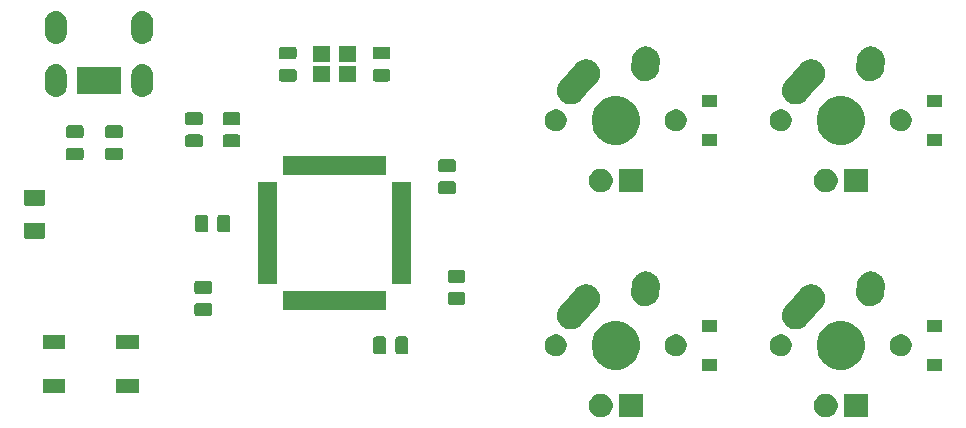
<source format=gbr>
G04 #@! TF.GenerationSoftware,KiCad,Pcbnew,(5.1.4)-1*
G04 #@! TF.CreationDate,2020-07-29T14:25:06+02:00*
G04 #@! TF.ProjectId,ai03-pcb-2x2-macroboard,61693033-2d70-4636-922d-3278322d6d61,rev?*
G04 #@! TF.SameCoordinates,Original*
G04 #@! TF.FileFunction,Soldermask,Bot*
G04 #@! TF.FilePolarity,Negative*
%FSLAX46Y46*%
G04 Gerber Fmt 4.6, Leading zero omitted, Abs format (unit mm)*
G04 Created by KiCad (PCBNEW (5.1.4)-1) date 2020-07-29 14:25:06*
%MOMM*%
%LPD*%
G04 APERTURE LIST*
%ADD10C,0.100000*%
G04 APERTURE END LIST*
D10*
G36*
X178486000Y-114033500D02*
G01*
X176479000Y-114033500D01*
X176479000Y-112026500D01*
X178486000Y-112026500D01*
X178486000Y-114033500D01*
X178486000Y-114033500D01*
G37*
G36*
X194118925Y-112031988D02*
G01*
X194285210Y-112065063D01*
X194467836Y-112140709D01*
X194632194Y-112250530D01*
X194771970Y-112390306D01*
X194881791Y-112554664D01*
X194957437Y-112737290D01*
X194996000Y-112931164D01*
X194996000Y-113128836D01*
X194957437Y-113322710D01*
X194881791Y-113505336D01*
X194771970Y-113669694D01*
X194632194Y-113809470D01*
X194467836Y-113919291D01*
X194285210Y-113994937D01*
X194118925Y-114028012D01*
X194091337Y-114033500D01*
X193893663Y-114033500D01*
X193866075Y-114028012D01*
X193699790Y-113994937D01*
X193517164Y-113919291D01*
X193352806Y-113809470D01*
X193213030Y-113669694D01*
X193103209Y-113505336D01*
X193027563Y-113322710D01*
X192989000Y-113128836D01*
X192989000Y-112931164D01*
X193027563Y-112737290D01*
X193103209Y-112554664D01*
X193213030Y-112390306D01*
X193352806Y-112250530D01*
X193517164Y-112140709D01*
X193699790Y-112065063D01*
X193866075Y-112031988D01*
X193893663Y-112026500D01*
X194091337Y-112026500D01*
X194118925Y-112031988D01*
X194118925Y-112031988D01*
G37*
G36*
X197536000Y-114033500D02*
G01*
X195529000Y-114033500D01*
X195529000Y-112026500D01*
X197536000Y-112026500D01*
X197536000Y-114033500D01*
X197536000Y-114033500D01*
G37*
G36*
X175068925Y-112031988D02*
G01*
X175235210Y-112065063D01*
X175417836Y-112140709D01*
X175582194Y-112250530D01*
X175721970Y-112390306D01*
X175831791Y-112554664D01*
X175907437Y-112737290D01*
X175946000Y-112931164D01*
X175946000Y-113128836D01*
X175907437Y-113322710D01*
X175831791Y-113505336D01*
X175721970Y-113669694D01*
X175582194Y-113809470D01*
X175417836Y-113919291D01*
X175235210Y-113994937D01*
X175068925Y-114028012D01*
X175041337Y-114033500D01*
X174843663Y-114033500D01*
X174816075Y-114028012D01*
X174649790Y-113994937D01*
X174467164Y-113919291D01*
X174302806Y-113809470D01*
X174163030Y-113669694D01*
X174053209Y-113505336D01*
X173977563Y-113322710D01*
X173939000Y-113128836D01*
X173939000Y-112931164D01*
X173977563Y-112737290D01*
X174053209Y-112554664D01*
X174163030Y-112390306D01*
X174302806Y-112250530D01*
X174467164Y-112140709D01*
X174649790Y-112065063D01*
X174816075Y-112031988D01*
X174843663Y-112026500D01*
X175041337Y-112026500D01*
X175068925Y-112031988D01*
X175068925Y-112031988D01*
G37*
G36*
X129613500Y-111988500D02*
G01*
X127711500Y-111988500D01*
X127711500Y-110786500D01*
X129613500Y-110786500D01*
X129613500Y-111988500D01*
X129613500Y-111988500D01*
G37*
G36*
X135813500Y-111988500D02*
G01*
X133911500Y-111988500D01*
X133911500Y-110786500D01*
X135813500Y-110786500D01*
X135813500Y-111988500D01*
X135813500Y-111988500D01*
G37*
G36*
X184801000Y-110101000D02*
G01*
X183499000Y-110101000D01*
X183499000Y-109099000D01*
X184801000Y-109099000D01*
X184801000Y-110101000D01*
X184801000Y-110101000D01*
G37*
G36*
X203851000Y-110101000D02*
G01*
X202549000Y-110101000D01*
X202549000Y-109099000D01*
X203851000Y-109099000D01*
X203851000Y-110101000D01*
X203851000Y-110101000D01*
G37*
G36*
X195858974Y-105983684D02*
G01*
X196076974Y-106073983D01*
X196231123Y-106137833D01*
X196566048Y-106361623D01*
X196850877Y-106646452D01*
X197074667Y-106981377D01*
X197107062Y-107059586D01*
X197228816Y-107353526D01*
X197307400Y-107748594D01*
X197307400Y-108151406D01*
X197228816Y-108546474D01*
X197177951Y-108669272D01*
X197074667Y-108918623D01*
X196850877Y-109253548D01*
X196566048Y-109538377D01*
X196231123Y-109762167D01*
X196076974Y-109826017D01*
X195858974Y-109916316D01*
X195463906Y-109994900D01*
X195061094Y-109994900D01*
X194666026Y-109916316D01*
X194448026Y-109826017D01*
X194293877Y-109762167D01*
X193958952Y-109538377D01*
X193674123Y-109253548D01*
X193450333Y-108918623D01*
X193347049Y-108669272D01*
X193296184Y-108546474D01*
X193217600Y-108151406D01*
X193217600Y-107748594D01*
X193296184Y-107353526D01*
X193417938Y-107059586D01*
X193450333Y-106981377D01*
X193674123Y-106646452D01*
X193958952Y-106361623D01*
X194293877Y-106137833D01*
X194448026Y-106073983D01*
X194666026Y-105983684D01*
X195061094Y-105905100D01*
X195463906Y-105905100D01*
X195858974Y-105983684D01*
X195858974Y-105983684D01*
G37*
G36*
X176808974Y-105983684D02*
G01*
X177026974Y-106073983D01*
X177181123Y-106137833D01*
X177516048Y-106361623D01*
X177800877Y-106646452D01*
X178024667Y-106981377D01*
X178057062Y-107059586D01*
X178178816Y-107353526D01*
X178257400Y-107748594D01*
X178257400Y-108151406D01*
X178178816Y-108546474D01*
X178127951Y-108669272D01*
X178024667Y-108918623D01*
X177800877Y-109253548D01*
X177516048Y-109538377D01*
X177181123Y-109762167D01*
X177026974Y-109826017D01*
X176808974Y-109916316D01*
X176413906Y-109994900D01*
X176011094Y-109994900D01*
X175616026Y-109916316D01*
X175398026Y-109826017D01*
X175243877Y-109762167D01*
X174908952Y-109538377D01*
X174624123Y-109253548D01*
X174400333Y-108918623D01*
X174297049Y-108669272D01*
X174246184Y-108546474D01*
X174167600Y-108151406D01*
X174167600Y-107748594D01*
X174246184Y-107353526D01*
X174367938Y-107059586D01*
X174400333Y-106981377D01*
X174624123Y-106646452D01*
X174908952Y-106361623D01*
X175243877Y-106137833D01*
X175398026Y-106073983D01*
X175616026Y-105983684D01*
X176011094Y-105905100D01*
X176413906Y-105905100D01*
X176808974Y-105983684D01*
X176808974Y-105983684D01*
G37*
G36*
X190452604Y-107059585D02*
G01*
X190621126Y-107129389D01*
X190772791Y-107230728D01*
X190901772Y-107359709D01*
X191003111Y-107511374D01*
X191072915Y-107679896D01*
X191108500Y-107858797D01*
X191108500Y-108041203D01*
X191072915Y-108220104D01*
X191003111Y-108388626D01*
X190901772Y-108540291D01*
X190772791Y-108669272D01*
X190621126Y-108770611D01*
X190452604Y-108840415D01*
X190273703Y-108876000D01*
X190091297Y-108876000D01*
X189912396Y-108840415D01*
X189743874Y-108770611D01*
X189592209Y-108669272D01*
X189463228Y-108540291D01*
X189361889Y-108388626D01*
X189292085Y-108220104D01*
X189256500Y-108041203D01*
X189256500Y-107858797D01*
X189292085Y-107679896D01*
X189361889Y-107511374D01*
X189463228Y-107359709D01*
X189592209Y-107230728D01*
X189743874Y-107129389D01*
X189912396Y-107059585D01*
X190091297Y-107024000D01*
X190273703Y-107024000D01*
X190452604Y-107059585D01*
X190452604Y-107059585D01*
G37*
G36*
X181562604Y-107059585D02*
G01*
X181731126Y-107129389D01*
X181882791Y-107230728D01*
X182011772Y-107359709D01*
X182113111Y-107511374D01*
X182182915Y-107679896D01*
X182218500Y-107858797D01*
X182218500Y-108041203D01*
X182182915Y-108220104D01*
X182113111Y-108388626D01*
X182011772Y-108540291D01*
X181882791Y-108669272D01*
X181731126Y-108770611D01*
X181562604Y-108840415D01*
X181383703Y-108876000D01*
X181201297Y-108876000D01*
X181022396Y-108840415D01*
X180853874Y-108770611D01*
X180702209Y-108669272D01*
X180573228Y-108540291D01*
X180471889Y-108388626D01*
X180402085Y-108220104D01*
X180366500Y-108041203D01*
X180366500Y-107858797D01*
X180402085Y-107679896D01*
X180471889Y-107511374D01*
X180573228Y-107359709D01*
X180702209Y-107230728D01*
X180853874Y-107129389D01*
X181022396Y-107059585D01*
X181201297Y-107024000D01*
X181383703Y-107024000D01*
X181562604Y-107059585D01*
X181562604Y-107059585D01*
G37*
G36*
X200612604Y-107059585D02*
G01*
X200781126Y-107129389D01*
X200932791Y-107230728D01*
X201061772Y-107359709D01*
X201163111Y-107511374D01*
X201232915Y-107679896D01*
X201268500Y-107858797D01*
X201268500Y-108041203D01*
X201232915Y-108220104D01*
X201163111Y-108388626D01*
X201061772Y-108540291D01*
X200932791Y-108669272D01*
X200781126Y-108770611D01*
X200612604Y-108840415D01*
X200433703Y-108876000D01*
X200251297Y-108876000D01*
X200072396Y-108840415D01*
X199903874Y-108770611D01*
X199752209Y-108669272D01*
X199623228Y-108540291D01*
X199521889Y-108388626D01*
X199452085Y-108220104D01*
X199416500Y-108041203D01*
X199416500Y-107858797D01*
X199452085Y-107679896D01*
X199521889Y-107511374D01*
X199623228Y-107359709D01*
X199752209Y-107230728D01*
X199903874Y-107129389D01*
X200072396Y-107059585D01*
X200251297Y-107024000D01*
X200433703Y-107024000D01*
X200612604Y-107059585D01*
X200612604Y-107059585D01*
G37*
G36*
X171402604Y-107059585D02*
G01*
X171571126Y-107129389D01*
X171722791Y-107230728D01*
X171851772Y-107359709D01*
X171953111Y-107511374D01*
X172022915Y-107679896D01*
X172058500Y-107858797D01*
X172058500Y-108041203D01*
X172022915Y-108220104D01*
X171953111Y-108388626D01*
X171851772Y-108540291D01*
X171722791Y-108669272D01*
X171571126Y-108770611D01*
X171402604Y-108840415D01*
X171223703Y-108876000D01*
X171041297Y-108876000D01*
X170862396Y-108840415D01*
X170693874Y-108770611D01*
X170542209Y-108669272D01*
X170413228Y-108540291D01*
X170311889Y-108388626D01*
X170242085Y-108220104D01*
X170206500Y-108041203D01*
X170206500Y-107858797D01*
X170242085Y-107679896D01*
X170311889Y-107511374D01*
X170413228Y-107359709D01*
X170542209Y-107230728D01*
X170693874Y-107129389D01*
X170862396Y-107059585D01*
X171041297Y-107024000D01*
X171223703Y-107024000D01*
X171402604Y-107059585D01*
X171402604Y-107059585D01*
G37*
G36*
X156596968Y-107203565D02*
G01*
X156635638Y-107215296D01*
X156671277Y-107234346D01*
X156702517Y-107259983D01*
X156728154Y-107291223D01*
X156747204Y-107326862D01*
X156758935Y-107365532D01*
X156763500Y-107411888D01*
X156763500Y-108488112D01*
X156758935Y-108534468D01*
X156747204Y-108573138D01*
X156728154Y-108608777D01*
X156702517Y-108640017D01*
X156671277Y-108665654D01*
X156635638Y-108684704D01*
X156596968Y-108696435D01*
X156550612Y-108701000D01*
X155899388Y-108701000D01*
X155853032Y-108696435D01*
X155814362Y-108684704D01*
X155778723Y-108665654D01*
X155747483Y-108640017D01*
X155721846Y-108608777D01*
X155702796Y-108573138D01*
X155691065Y-108534468D01*
X155686500Y-108488112D01*
X155686500Y-107411888D01*
X155691065Y-107365532D01*
X155702796Y-107326862D01*
X155721846Y-107291223D01*
X155747483Y-107259983D01*
X155778723Y-107234346D01*
X155814362Y-107215296D01*
X155853032Y-107203565D01*
X155899388Y-107199000D01*
X156550612Y-107199000D01*
X156596968Y-107203565D01*
X156596968Y-107203565D01*
G37*
G36*
X158471968Y-107203565D02*
G01*
X158510638Y-107215296D01*
X158546277Y-107234346D01*
X158577517Y-107259983D01*
X158603154Y-107291223D01*
X158622204Y-107326862D01*
X158633935Y-107365532D01*
X158638500Y-107411888D01*
X158638500Y-108488112D01*
X158633935Y-108534468D01*
X158622204Y-108573138D01*
X158603154Y-108608777D01*
X158577517Y-108640017D01*
X158546277Y-108665654D01*
X158510638Y-108684704D01*
X158471968Y-108696435D01*
X158425612Y-108701000D01*
X157774388Y-108701000D01*
X157728032Y-108696435D01*
X157689362Y-108684704D01*
X157653723Y-108665654D01*
X157622483Y-108640017D01*
X157596846Y-108608777D01*
X157577796Y-108573138D01*
X157566065Y-108534468D01*
X157561500Y-108488112D01*
X157561500Y-107411888D01*
X157566065Y-107365532D01*
X157577796Y-107326862D01*
X157596846Y-107291223D01*
X157622483Y-107259983D01*
X157653723Y-107234346D01*
X157689362Y-107215296D01*
X157728032Y-107203565D01*
X157774388Y-107199000D01*
X158425612Y-107199000D01*
X158471968Y-107203565D01*
X158471968Y-107203565D01*
G37*
G36*
X129613500Y-108288500D02*
G01*
X127711500Y-108288500D01*
X127711500Y-107086500D01*
X129613500Y-107086500D01*
X129613500Y-108288500D01*
X129613500Y-108288500D01*
G37*
G36*
X135813500Y-108288500D02*
G01*
X133911500Y-108288500D01*
X133911500Y-107086500D01*
X135813500Y-107086500D01*
X135813500Y-108288500D01*
X135813500Y-108288500D01*
G37*
G36*
X184801000Y-106801000D02*
G01*
X183499000Y-106801000D01*
X183499000Y-105799000D01*
X184801000Y-105799000D01*
X184801000Y-106801000D01*
X184801000Y-106801000D01*
G37*
G36*
X203851000Y-106801000D02*
G01*
X202549000Y-106801000D01*
X202549000Y-105799000D01*
X203851000Y-105799000D01*
X203851000Y-106801000D01*
X203851000Y-106801000D01*
G37*
G36*
X192785705Y-102773881D02*
G01*
X192791145Y-102774000D01*
X192878328Y-102774000D01*
X192894597Y-102777236D01*
X192913456Y-102779515D01*
X192930032Y-102780246D01*
X193014723Y-102801010D01*
X193020018Y-102802184D01*
X193105527Y-102819193D01*
X193120862Y-102825545D01*
X193138901Y-102831455D01*
X193155021Y-102835407D01*
X193234004Y-102872280D01*
X193238994Y-102874477D01*
X193319545Y-102907842D01*
X193333341Y-102917060D01*
X193349893Y-102926382D01*
X193364926Y-102933400D01*
X193435194Y-102984971D01*
X193439692Y-102988122D01*
X193512156Y-103036541D01*
X193523883Y-103048268D01*
X193538309Y-103060648D01*
X193551679Y-103070461D01*
X193551680Y-103070462D01*
X193610521Y-103134733D01*
X193614329Y-103138714D01*
X193675959Y-103200344D01*
X193685174Y-103214135D01*
X193696896Y-103229078D01*
X193708105Y-103241321D01*
X193753299Y-103315874D01*
X193756246Y-103320501D01*
X193804658Y-103392955D01*
X193811005Y-103408277D01*
X193819592Y-103425231D01*
X193828191Y-103439417D01*
X193857978Y-103521368D01*
X193859952Y-103526448D01*
X193893307Y-103606973D01*
X193893703Y-103608962D01*
X193896541Y-103623233D01*
X193901658Y-103641542D01*
X193907325Y-103657134D01*
X193920555Y-103743345D01*
X193921501Y-103748713D01*
X193938500Y-103834173D01*
X193938500Y-103850752D01*
X193939944Y-103869692D01*
X193942463Y-103886104D01*
X193938620Y-103973249D01*
X193938500Y-103978689D01*
X193938500Y-104065825D01*
X193935266Y-104082083D01*
X193932988Y-104100941D01*
X193932256Y-104117531D01*
X193911488Y-104202237D01*
X193910312Y-104207537D01*
X193893307Y-104293027D01*
X193886957Y-104308357D01*
X193881049Y-104326393D01*
X193877095Y-104342520D01*
X193840211Y-104421526D01*
X193838011Y-104426523D01*
X193804658Y-104507045D01*
X193795444Y-104520835D01*
X193786122Y-104537387D01*
X193779102Y-104552424D01*
X193727511Y-104622720D01*
X193724366Y-104627210D01*
X193675961Y-104699654D01*
X193618960Y-104756655D01*
X193614311Y-104761563D01*
X193044815Y-105396267D01*
X192289223Y-106238376D01*
X192161179Y-106355602D01*
X192062130Y-106415646D01*
X191963083Y-106475689D01*
X191745366Y-106554823D01*
X191516395Y-106589961D01*
X191284970Y-106579754D01*
X191059981Y-106524593D01*
X190955227Y-106475689D01*
X190850079Y-106426602D01*
X190753338Y-106355602D01*
X190663323Y-106289539D01*
X190588894Y-106208241D01*
X190506898Y-106118679D01*
X190425064Y-105983685D01*
X190386811Y-105920583D01*
X190307677Y-105702866D01*
X190272539Y-105473895D01*
X190282746Y-105242470D01*
X190337907Y-105017481D01*
X190389472Y-104907028D01*
X190435898Y-104807580D01*
X190435900Y-104807577D01*
X190538614Y-104667622D01*
X191293745Y-103826027D01*
X191825287Y-103233621D01*
X191836181Y-103219589D01*
X191849039Y-103200346D01*
X191906073Y-103143312D01*
X191910723Y-103138403D01*
X191925778Y-103121624D01*
X191947201Y-103102011D01*
X191951182Y-103098203D01*
X192012846Y-103036539D01*
X192026643Y-103027320D01*
X192041602Y-103015585D01*
X192053821Y-103004398D01*
X192085885Y-102984961D01*
X192128330Y-102959231D01*
X192132921Y-102956308D01*
X192205455Y-102907842D01*
X192220800Y-102901486D01*
X192237748Y-102892901D01*
X192251916Y-102884312D01*
X192251917Y-102884312D01*
X192251918Y-102884311D01*
X192333812Y-102854545D01*
X192338910Y-102852563D01*
X192419473Y-102819193D01*
X192435752Y-102815955D01*
X192454042Y-102810844D01*
X192469635Y-102805177D01*
X192555800Y-102791954D01*
X192561163Y-102791009D01*
X192646673Y-102774000D01*
X192663266Y-102774000D01*
X192682209Y-102772555D01*
X192698606Y-102770039D01*
X192785705Y-102773881D01*
X192785705Y-102773881D01*
G37*
G36*
X173735705Y-102773881D02*
G01*
X173741145Y-102774000D01*
X173828328Y-102774000D01*
X173844597Y-102777236D01*
X173863456Y-102779515D01*
X173880032Y-102780246D01*
X173964723Y-102801010D01*
X173970018Y-102802184D01*
X174055527Y-102819193D01*
X174070862Y-102825545D01*
X174088901Y-102831455D01*
X174105021Y-102835407D01*
X174184004Y-102872280D01*
X174188994Y-102874477D01*
X174269545Y-102907842D01*
X174283341Y-102917060D01*
X174299893Y-102926382D01*
X174314926Y-102933400D01*
X174385194Y-102984971D01*
X174389692Y-102988122D01*
X174462156Y-103036541D01*
X174473883Y-103048268D01*
X174488309Y-103060648D01*
X174501679Y-103070461D01*
X174501680Y-103070462D01*
X174560521Y-103134733D01*
X174564329Y-103138714D01*
X174625959Y-103200344D01*
X174635174Y-103214135D01*
X174646896Y-103229078D01*
X174658105Y-103241321D01*
X174703299Y-103315874D01*
X174706246Y-103320501D01*
X174754658Y-103392955D01*
X174761005Y-103408277D01*
X174769592Y-103425231D01*
X174778191Y-103439417D01*
X174807978Y-103521368D01*
X174809952Y-103526448D01*
X174843307Y-103606973D01*
X174843703Y-103608962D01*
X174846541Y-103623233D01*
X174851658Y-103641542D01*
X174857325Y-103657134D01*
X174870555Y-103743345D01*
X174871501Y-103748713D01*
X174888500Y-103834173D01*
X174888500Y-103850752D01*
X174889944Y-103869692D01*
X174892463Y-103886104D01*
X174888620Y-103973249D01*
X174888500Y-103978689D01*
X174888500Y-104065825D01*
X174885266Y-104082083D01*
X174882988Y-104100941D01*
X174882256Y-104117531D01*
X174861488Y-104202237D01*
X174860312Y-104207537D01*
X174843307Y-104293027D01*
X174836957Y-104308357D01*
X174831049Y-104326393D01*
X174827095Y-104342520D01*
X174790211Y-104421526D01*
X174788011Y-104426523D01*
X174754658Y-104507045D01*
X174745444Y-104520835D01*
X174736122Y-104537387D01*
X174729102Y-104552424D01*
X174677511Y-104622720D01*
X174674366Y-104627210D01*
X174625961Y-104699654D01*
X174568960Y-104756655D01*
X174564311Y-104761563D01*
X173994815Y-105396267D01*
X173239223Y-106238376D01*
X173111179Y-106355602D01*
X173012130Y-106415646D01*
X172913083Y-106475689D01*
X172695366Y-106554823D01*
X172466395Y-106589961D01*
X172234970Y-106579754D01*
X172009981Y-106524593D01*
X171905227Y-106475689D01*
X171800079Y-106426602D01*
X171703338Y-106355602D01*
X171613323Y-106289539D01*
X171538894Y-106208241D01*
X171456898Y-106118679D01*
X171375064Y-105983685D01*
X171336811Y-105920583D01*
X171257677Y-105702866D01*
X171222539Y-105473895D01*
X171232746Y-105242470D01*
X171287907Y-105017481D01*
X171339472Y-104907028D01*
X171385898Y-104807580D01*
X171385900Y-104807577D01*
X171488614Y-104667622D01*
X172243745Y-103826027D01*
X172775287Y-103233621D01*
X172786181Y-103219589D01*
X172799039Y-103200346D01*
X172856073Y-103143312D01*
X172860723Y-103138403D01*
X172875778Y-103121624D01*
X172897201Y-103102011D01*
X172901182Y-103098203D01*
X172962846Y-103036539D01*
X172976643Y-103027320D01*
X172991602Y-103015585D01*
X173003821Y-103004398D01*
X173035885Y-102984961D01*
X173078330Y-102959231D01*
X173082921Y-102956308D01*
X173155455Y-102907842D01*
X173170800Y-102901486D01*
X173187748Y-102892901D01*
X173201916Y-102884312D01*
X173201917Y-102884312D01*
X173201918Y-102884311D01*
X173283812Y-102854545D01*
X173288910Y-102852563D01*
X173369473Y-102819193D01*
X173385752Y-102815955D01*
X173404042Y-102810844D01*
X173419635Y-102805177D01*
X173505800Y-102791954D01*
X173511163Y-102791009D01*
X173596673Y-102774000D01*
X173613266Y-102774000D01*
X173632209Y-102772555D01*
X173648606Y-102770039D01*
X173735705Y-102773881D01*
X173735705Y-102773881D01*
G37*
G36*
X141871968Y-104384815D02*
G01*
X141910638Y-104396546D01*
X141946277Y-104415596D01*
X141977517Y-104441233D01*
X142003154Y-104472473D01*
X142022204Y-104508112D01*
X142033935Y-104546782D01*
X142038500Y-104593138D01*
X142038500Y-105244362D01*
X142033935Y-105290718D01*
X142022204Y-105329388D01*
X142003154Y-105365027D01*
X141977517Y-105396267D01*
X141946277Y-105421904D01*
X141910638Y-105440954D01*
X141871968Y-105452685D01*
X141825612Y-105457250D01*
X140749388Y-105457250D01*
X140703032Y-105452685D01*
X140664362Y-105440954D01*
X140628723Y-105421904D01*
X140597483Y-105396267D01*
X140571846Y-105365027D01*
X140552796Y-105329388D01*
X140541065Y-105290718D01*
X140536500Y-105244362D01*
X140536500Y-104593138D01*
X140541065Y-104546782D01*
X140552796Y-104508112D01*
X140571846Y-104472473D01*
X140597483Y-104441233D01*
X140628723Y-104415596D01*
X140664362Y-104396546D01*
X140703032Y-104384815D01*
X140749388Y-104380250D01*
X141825612Y-104380250D01*
X141871968Y-104384815D01*
X141871968Y-104384815D01*
G37*
G36*
X156726000Y-104926000D02*
G01*
X148074000Y-104926000D01*
X148074000Y-103324000D01*
X156726000Y-103324000D01*
X156726000Y-104926000D01*
X156726000Y-104926000D01*
G37*
G36*
X178840627Y-101692261D02*
G01*
X178861400Y-101694000D01*
X178868327Y-101694000D01*
X178963254Y-101712882D01*
X178966848Y-101713542D01*
X179062230Y-101729624D01*
X179068703Y-101732085D01*
X179088728Y-101737841D01*
X179095527Y-101739193D01*
X179157914Y-101765034D01*
X179184943Y-101776230D01*
X179188344Y-101777581D01*
X179278755Y-101811961D01*
X179284627Y-101815640D01*
X179303136Y-101825187D01*
X179309545Y-101827842D01*
X179390063Y-101881642D01*
X179393054Y-101883578D01*
X179475057Y-101934959D01*
X179480084Y-101939700D01*
X179496396Y-101952691D01*
X179502152Y-101956537D01*
X179570610Y-102024995D01*
X179573189Y-102027499D01*
X179643590Y-102093889D01*
X179647226Y-102099000D01*
X179647595Y-102099519D01*
X179661059Y-102115444D01*
X179665959Y-102120344D01*
X179719744Y-102200839D01*
X179721791Y-102203807D01*
X179777880Y-102282645D01*
X179780714Y-102288958D01*
X179790808Y-102307193D01*
X179794658Y-102312955D01*
X179831720Y-102402430D01*
X179833124Y-102405685D01*
X179872765Y-102493973D01*
X179874315Y-102500725D01*
X179880652Y-102520562D01*
X179883307Y-102526973D01*
X179902192Y-102621917D01*
X179902938Y-102625401D01*
X179924598Y-102719751D01*
X179924598Y-102719754D01*
X179924800Y-102726654D01*
X179927147Y-102747370D01*
X179928500Y-102754174D01*
X179928500Y-102850986D01*
X179928553Y-102854584D01*
X179929688Y-102893277D01*
X179928795Y-102906225D01*
X179928500Y-102914797D01*
X179928500Y-102985826D01*
X179922581Y-103015585D01*
X179922104Y-103017979D01*
X179920000Y-103033750D01*
X179881738Y-103588545D01*
X179852876Y-103759730D01*
X179770538Y-103976255D01*
X179647541Y-104172557D01*
X179488611Y-104341090D01*
X179299855Y-104475380D01*
X179088527Y-104570265D01*
X178862749Y-104622098D01*
X178631198Y-104628889D01*
X178631197Y-104628889D01*
X178585512Y-104621186D01*
X178402770Y-104590376D01*
X178186245Y-104508038D01*
X177989943Y-104385041D01*
X177821410Y-104226111D01*
X177687120Y-104037355D01*
X177592235Y-103826027D01*
X177540402Y-103600249D01*
X177535312Y-103426723D01*
X177576204Y-102833794D01*
X177576500Y-102825196D01*
X177576500Y-102754174D01*
X177595388Y-102659219D01*
X177596044Y-102655645D01*
X177598651Y-102640185D01*
X177612124Y-102560270D01*
X177614585Y-102553799D01*
X177620342Y-102533767D01*
X177621693Y-102526974D01*
X177622202Y-102525745D01*
X177658764Y-102437476D01*
X177660053Y-102434230D01*
X177694462Y-102343745D01*
X177698136Y-102337881D01*
X177707687Y-102319365D01*
X177710342Y-102312955D01*
X177764157Y-102232415D01*
X177766077Y-102229449D01*
X177817459Y-102147443D01*
X177822211Y-102142404D01*
X177835189Y-102126107D01*
X177839037Y-102120348D01*
X177907493Y-102051892D01*
X177910046Y-102049262D01*
X177930523Y-102027548D01*
X177976389Y-101978910D01*
X177982021Y-101974903D01*
X177997947Y-101961438D01*
X178002846Y-101956539D01*
X178083324Y-101902766D01*
X178086306Y-101900710D01*
X178165145Y-101844620D01*
X178171455Y-101841787D01*
X178189694Y-101831691D01*
X178195451Y-101827844D01*
X178195454Y-101827843D01*
X178195455Y-101827842D01*
X178284929Y-101790781D01*
X178288187Y-101789375D01*
X178376473Y-101749735D01*
X178383225Y-101748185D01*
X178403062Y-101741848D01*
X178409473Y-101739193D01*
X178504399Y-101720311D01*
X178507946Y-101719551D01*
X178602251Y-101697901D01*
X178604630Y-101697831D01*
X178609165Y-101697698D01*
X178629881Y-101695351D01*
X178636674Y-101694000D01*
X178733459Y-101694000D01*
X178737084Y-101693947D01*
X178833802Y-101691110D01*
X178840627Y-101692261D01*
X178840627Y-101692261D01*
G37*
G36*
X197890627Y-101692261D02*
G01*
X197911400Y-101694000D01*
X197918327Y-101694000D01*
X198013254Y-101712882D01*
X198016848Y-101713542D01*
X198112230Y-101729624D01*
X198118703Y-101732085D01*
X198138728Y-101737841D01*
X198145527Y-101739193D01*
X198207914Y-101765034D01*
X198234943Y-101776230D01*
X198238344Y-101777581D01*
X198328755Y-101811961D01*
X198334627Y-101815640D01*
X198353136Y-101825187D01*
X198359545Y-101827842D01*
X198440063Y-101881642D01*
X198443054Y-101883578D01*
X198525057Y-101934959D01*
X198530084Y-101939700D01*
X198546396Y-101952691D01*
X198552152Y-101956537D01*
X198620610Y-102024995D01*
X198623189Y-102027499D01*
X198693590Y-102093889D01*
X198697226Y-102099000D01*
X198697595Y-102099519D01*
X198711059Y-102115444D01*
X198715959Y-102120344D01*
X198769744Y-102200839D01*
X198771791Y-102203807D01*
X198827880Y-102282645D01*
X198830714Y-102288958D01*
X198840808Y-102307193D01*
X198844658Y-102312955D01*
X198881720Y-102402430D01*
X198883124Y-102405685D01*
X198922765Y-102493973D01*
X198924315Y-102500725D01*
X198930652Y-102520562D01*
X198933307Y-102526973D01*
X198952192Y-102621917D01*
X198952938Y-102625401D01*
X198974598Y-102719751D01*
X198974598Y-102719754D01*
X198974800Y-102726654D01*
X198977147Y-102747370D01*
X198978500Y-102754174D01*
X198978500Y-102850986D01*
X198978553Y-102854584D01*
X198979688Y-102893277D01*
X198978795Y-102906225D01*
X198978500Y-102914797D01*
X198978500Y-102985826D01*
X198972581Y-103015585D01*
X198972104Y-103017979D01*
X198970000Y-103033750D01*
X198931738Y-103588545D01*
X198902876Y-103759730D01*
X198820538Y-103976255D01*
X198697541Y-104172557D01*
X198538611Y-104341090D01*
X198349855Y-104475380D01*
X198138527Y-104570265D01*
X197912749Y-104622098D01*
X197681198Y-104628889D01*
X197681197Y-104628889D01*
X197635512Y-104621186D01*
X197452770Y-104590376D01*
X197236245Y-104508038D01*
X197039943Y-104385041D01*
X196871410Y-104226111D01*
X196737120Y-104037355D01*
X196642235Y-103826027D01*
X196590402Y-103600249D01*
X196585312Y-103426723D01*
X196626204Y-102833794D01*
X196626500Y-102825196D01*
X196626500Y-102754174D01*
X196645388Y-102659219D01*
X196646044Y-102655645D01*
X196648651Y-102640185D01*
X196662124Y-102560270D01*
X196664585Y-102553799D01*
X196670342Y-102533767D01*
X196671693Y-102526974D01*
X196672202Y-102525745D01*
X196708764Y-102437476D01*
X196710053Y-102434230D01*
X196744462Y-102343745D01*
X196748136Y-102337881D01*
X196757687Y-102319365D01*
X196760342Y-102312955D01*
X196814157Y-102232415D01*
X196816077Y-102229449D01*
X196867459Y-102147443D01*
X196872211Y-102142404D01*
X196885189Y-102126107D01*
X196889037Y-102120348D01*
X196957493Y-102051892D01*
X196960046Y-102049262D01*
X196980523Y-102027548D01*
X197026389Y-101978910D01*
X197032021Y-101974903D01*
X197047947Y-101961438D01*
X197052846Y-101956539D01*
X197133324Y-101902766D01*
X197136306Y-101900710D01*
X197215145Y-101844620D01*
X197221455Y-101841787D01*
X197239694Y-101831691D01*
X197245451Y-101827844D01*
X197245454Y-101827843D01*
X197245455Y-101827842D01*
X197334929Y-101790781D01*
X197338187Y-101789375D01*
X197426473Y-101749735D01*
X197433225Y-101748185D01*
X197453062Y-101741848D01*
X197459473Y-101739193D01*
X197554399Y-101720311D01*
X197557946Y-101719551D01*
X197652251Y-101697901D01*
X197654630Y-101697831D01*
X197659165Y-101697698D01*
X197679881Y-101695351D01*
X197686674Y-101694000D01*
X197783459Y-101694000D01*
X197787084Y-101693947D01*
X197883802Y-101691110D01*
X197890627Y-101692261D01*
X197890627Y-101692261D01*
G37*
G36*
X163303218Y-103447315D02*
G01*
X163341888Y-103459046D01*
X163377527Y-103478096D01*
X163408767Y-103503733D01*
X163434404Y-103534973D01*
X163453454Y-103570612D01*
X163465185Y-103609282D01*
X163469750Y-103655638D01*
X163469750Y-104306862D01*
X163465185Y-104353218D01*
X163453454Y-104391888D01*
X163434404Y-104427527D01*
X163408767Y-104458767D01*
X163377527Y-104484404D01*
X163341888Y-104503454D01*
X163303218Y-104515185D01*
X163256862Y-104519750D01*
X162180638Y-104519750D01*
X162134282Y-104515185D01*
X162095612Y-104503454D01*
X162059973Y-104484404D01*
X162028733Y-104458767D01*
X162003096Y-104427527D01*
X161984046Y-104391888D01*
X161972315Y-104353218D01*
X161967750Y-104306862D01*
X161967750Y-103655638D01*
X161972315Y-103609282D01*
X161984046Y-103570612D01*
X162003096Y-103534973D01*
X162028733Y-103503733D01*
X162059973Y-103478096D01*
X162095612Y-103459046D01*
X162134282Y-103447315D01*
X162180638Y-103442750D01*
X163256862Y-103442750D01*
X163303218Y-103447315D01*
X163303218Y-103447315D01*
G37*
G36*
X141871968Y-102509815D02*
G01*
X141910638Y-102521546D01*
X141946277Y-102540596D01*
X141977517Y-102566233D01*
X142003154Y-102597473D01*
X142022204Y-102633112D01*
X142033935Y-102671782D01*
X142038500Y-102718138D01*
X142038500Y-103369362D01*
X142033935Y-103415718D01*
X142022204Y-103454388D01*
X142003154Y-103490027D01*
X141977517Y-103521267D01*
X141946277Y-103546904D01*
X141910638Y-103565954D01*
X141871968Y-103577685D01*
X141825612Y-103582250D01*
X140749388Y-103582250D01*
X140703032Y-103577685D01*
X140664362Y-103565954D01*
X140628723Y-103546904D01*
X140597483Y-103521267D01*
X140571846Y-103490027D01*
X140552796Y-103454388D01*
X140541065Y-103415718D01*
X140536500Y-103369362D01*
X140536500Y-102718138D01*
X140541065Y-102671782D01*
X140552796Y-102633112D01*
X140571846Y-102597473D01*
X140597483Y-102566233D01*
X140628723Y-102540596D01*
X140664362Y-102521546D01*
X140703032Y-102509815D01*
X140749388Y-102505250D01*
X141825612Y-102505250D01*
X141871968Y-102509815D01*
X141871968Y-102509815D01*
G37*
G36*
X147501000Y-102751000D02*
G01*
X145899000Y-102751000D01*
X145899000Y-94099000D01*
X147501000Y-94099000D01*
X147501000Y-102751000D01*
X147501000Y-102751000D01*
G37*
G36*
X158901000Y-102751000D02*
G01*
X157299000Y-102751000D01*
X157299000Y-94099000D01*
X158901000Y-94099000D01*
X158901000Y-102751000D01*
X158901000Y-102751000D01*
G37*
G36*
X163303218Y-101572315D02*
G01*
X163341888Y-101584046D01*
X163377527Y-101603096D01*
X163408767Y-101628733D01*
X163434404Y-101659973D01*
X163453454Y-101695612D01*
X163465185Y-101734282D01*
X163469750Y-101780638D01*
X163469750Y-102431862D01*
X163465185Y-102478218D01*
X163453454Y-102516888D01*
X163434404Y-102552527D01*
X163408767Y-102583767D01*
X163377527Y-102609404D01*
X163341888Y-102628454D01*
X163303218Y-102640185D01*
X163256862Y-102644750D01*
X162180638Y-102644750D01*
X162134282Y-102640185D01*
X162095612Y-102628454D01*
X162059973Y-102609404D01*
X162028733Y-102583767D01*
X162003096Y-102552527D01*
X161984046Y-102516888D01*
X161972315Y-102478218D01*
X161967750Y-102431862D01*
X161967750Y-101780638D01*
X161972315Y-101734282D01*
X161984046Y-101695612D01*
X162003096Y-101659973D01*
X162028733Y-101628733D01*
X162059973Y-101603096D01*
X162095612Y-101584046D01*
X162134282Y-101572315D01*
X162180638Y-101567750D01*
X163256862Y-101567750D01*
X163303218Y-101572315D01*
X163303218Y-101572315D01*
G37*
G36*
X127768604Y-97565847D02*
G01*
X127805144Y-97576932D01*
X127838821Y-97594933D01*
X127868341Y-97619159D01*
X127892567Y-97648679D01*
X127910568Y-97682356D01*
X127921653Y-97718896D01*
X127926000Y-97763038D01*
X127926000Y-98711962D01*
X127921653Y-98756104D01*
X127910568Y-98792644D01*
X127892567Y-98826321D01*
X127868341Y-98855841D01*
X127838821Y-98880067D01*
X127805144Y-98898068D01*
X127768604Y-98909153D01*
X127724462Y-98913500D01*
X126275538Y-98913500D01*
X126231396Y-98909153D01*
X126194856Y-98898068D01*
X126161179Y-98880067D01*
X126131659Y-98855841D01*
X126107433Y-98826321D01*
X126089432Y-98792644D01*
X126078347Y-98756104D01*
X126074000Y-98711962D01*
X126074000Y-97763038D01*
X126078347Y-97718896D01*
X126089432Y-97682356D01*
X126107433Y-97648679D01*
X126131659Y-97619159D01*
X126161179Y-97594933D01*
X126194856Y-97576932D01*
X126231396Y-97565847D01*
X126275538Y-97561500D01*
X127724462Y-97561500D01*
X127768604Y-97565847D01*
X127768604Y-97565847D01*
G37*
G36*
X141515718Y-96884815D02*
G01*
X141554388Y-96896546D01*
X141590027Y-96915596D01*
X141621267Y-96941233D01*
X141646904Y-96972473D01*
X141665954Y-97008112D01*
X141677685Y-97046782D01*
X141682250Y-97093138D01*
X141682250Y-98169362D01*
X141677685Y-98215718D01*
X141665954Y-98254388D01*
X141646904Y-98290027D01*
X141621267Y-98321267D01*
X141590027Y-98346904D01*
X141554388Y-98365954D01*
X141515718Y-98377685D01*
X141469362Y-98382250D01*
X140818138Y-98382250D01*
X140771782Y-98377685D01*
X140733112Y-98365954D01*
X140697473Y-98346904D01*
X140666233Y-98321267D01*
X140640596Y-98290027D01*
X140621546Y-98254388D01*
X140609815Y-98215718D01*
X140605250Y-98169362D01*
X140605250Y-97093138D01*
X140609815Y-97046782D01*
X140621546Y-97008112D01*
X140640596Y-96972473D01*
X140666233Y-96941233D01*
X140697473Y-96915596D01*
X140733112Y-96896546D01*
X140771782Y-96884815D01*
X140818138Y-96880250D01*
X141469362Y-96880250D01*
X141515718Y-96884815D01*
X141515718Y-96884815D01*
G37*
G36*
X143390718Y-96884815D02*
G01*
X143429388Y-96896546D01*
X143465027Y-96915596D01*
X143496267Y-96941233D01*
X143521904Y-96972473D01*
X143540954Y-97008112D01*
X143552685Y-97046782D01*
X143557250Y-97093138D01*
X143557250Y-98169362D01*
X143552685Y-98215718D01*
X143540954Y-98254388D01*
X143521904Y-98290027D01*
X143496267Y-98321267D01*
X143465027Y-98346904D01*
X143429388Y-98365954D01*
X143390718Y-98377685D01*
X143344362Y-98382250D01*
X142693138Y-98382250D01*
X142646782Y-98377685D01*
X142608112Y-98365954D01*
X142572473Y-98346904D01*
X142541233Y-98321267D01*
X142515596Y-98290027D01*
X142496546Y-98254388D01*
X142484815Y-98215718D01*
X142480250Y-98169362D01*
X142480250Y-97093138D01*
X142484815Y-97046782D01*
X142496546Y-97008112D01*
X142515596Y-96972473D01*
X142541233Y-96941233D01*
X142572473Y-96915596D01*
X142608112Y-96896546D01*
X142646782Y-96884815D01*
X142693138Y-96880250D01*
X143344362Y-96880250D01*
X143390718Y-96884815D01*
X143390718Y-96884815D01*
G37*
G36*
X127768604Y-94765847D02*
G01*
X127805144Y-94776932D01*
X127838821Y-94794933D01*
X127868341Y-94819159D01*
X127892567Y-94848679D01*
X127910568Y-94882356D01*
X127921653Y-94918896D01*
X127926000Y-94963038D01*
X127926000Y-95911962D01*
X127921653Y-95956104D01*
X127910568Y-95992644D01*
X127892567Y-96026321D01*
X127868341Y-96055841D01*
X127838821Y-96080067D01*
X127805144Y-96098068D01*
X127768604Y-96109153D01*
X127724462Y-96113500D01*
X126275538Y-96113500D01*
X126231396Y-96109153D01*
X126194856Y-96098068D01*
X126161179Y-96080067D01*
X126131659Y-96055841D01*
X126107433Y-96026321D01*
X126089432Y-95992644D01*
X126078347Y-95956104D01*
X126074000Y-95911962D01*
X126074000Y-94963038D01*
X126078347Y-94918896D01*
X126089432Y-94882356D01*
X126107433Y-94848679D01*
X126131659Y-94819159D01*
X126161179Y-94794933D01*
X126194856Y-94776932D01*
X126231396Y-94765847D01*
X126275538Y-94761500D01*
X127724462Y-94761500D01*
X127768604Y-94765847D01*
X127768604Y-94765847D01*
G37*
G36*
X162509468Y-94066065D02*
G01*
X162548138Y-94077796D01*
X162583777Y-94096846D01*
X162615017Y-94122483D01*
X162640654Y-94153723D01*
X162659704Y-94189362D01*
X162671435Y-94228032D01*
X162676000Y-94274388D01*
X162676000Y-94925612D01*
X162671435Y-94971968D01*
X162659704Y-95010638D01*
X162640654Y-95046277D01*
X162615017Y-95077517D01*
X162583777Y-95103154D01*
X162548138Y-95122204D01*
X162509468Y-95133935D01*
X162463112Y-95138500D01*
X161386888Y-95138500D01*
X161340532Y-95133935D01*
X161301862Y-95122204D01*
X161266223Y-95103154D01*
X161234983Y-95077517D01*
X161209346Y-95046277D01*
X161190296Y-95010638D01*
X161178565Y-94971968D01*
X161174000Y-94925612D01*
X161174000Y-94274388D01*
X161178565Y-94228032D01*
X161190296Y-94189362D01*
X161209346Y-94153723D01*
X161234983Y-94122483D01*
X161266223Y-94096846D01*
X161301862Y-94077796D01*
X161340532Y-94066065D01*
X161386888Y-94061500D01*
X162463112Y-94061500D01*
X162509468Y-94066065D01*
X162509468Y-94066065D01*
G37*
G36*
X197536000Y-94983500D02*
G01*
X195529000Y-94983500D01*
X195529000Y-92976500D01*
X197536000Y-92976500D01*
X197536000Y-94983500D01*
X197536000Y-94983500D01*
G37*
G36*
X194118925Y-92981988D02*
G01*
X194285210Y-93015063D01*
X194467836Y-93090709D01*
X194632194Y-93200530D01*
X194771970Y-93340306D01*
X194881791Y-93504664D01*
X194957437Y-93687290D01*
X194996000Y-93881164D01*
X194996000Y-94078836D01*
X194957437Y-94272710D01*
X194881791Y-94455336D01*
X194771970Y-94619694D01*
X194632194Y-94759470D01*
X194467836Y-94869291D01*
X194285210Y-94944937D01*
X194118925Y-94978012D01*
X194091337Y-94983500D01*
X193893663Y-94983500D01*
X193866075Y-94978012D01*
X193699790Y-94944937D01*
X193517164Y-94869291D01*
X193352806Y-94759470D01*
X193213030Y-94619694D01*
X193103209Y-94455336D01*
X193027563Y-94272710D01*
X192989000Y-94078836D01*
X192989000Y-93881164D01*
X193027563Y-93687290D01*
X193103209Y-93504664D01*
X193213030Y-93340306D01*
X193352806Y-93200530D01*
X193517164Y-93090709D01*
X193699790Y-93015063D01*
X193866075Y-92981988D01*
X193893663Y-92976500D01*
X194091337Y-92976500D01*
X194118925Y-92981988D01*
X194118925Y-92981988D01*
G37*
G36*
X175068925Y-92981988D02*
G01*
X175235210Y-93015063D01*
X175417836Y-93090709D01*
X175582194Y-93200530D01*
X175721970Y-93340306D01*
X175831791Y-93504664D01*
X175907437Y-93687290D01*
X175946000Y-93881164D01*
X175946000Y-94078836D01*
X175907437Y-94272710D01*
X175831791Y-94455336D01*
X175721970Y-94619694D01*
X175582194Y-94759470D01*
X175417836Y-94869291D01*
X175235210Y-94944937D01*
X175068925Y-94978012D01*
X175041337Y-94983500D01*
X174843663Y-94983500D01*
X174816075Y-94978012D01*
X174649790Y-94944937D01*
X174467164Y-94869291D01*
X174302806Y-94759470D01*
X174163030Y-94619694D01*
X174053209Y-94455336D01*
X173977563Y-94272710D01*
X173939000Y-94078836D01*
X173939000Y-93881164D01*
X173977563Y-93687290D01*
X174053209Y-93504664D01*
X174163030Y-93340306D01*
X174302806Y-93200530D01*
X174467164Y-93090709D01*
X174649790Y-93015063D01*
X174816075Y-92981988D01*
X174843663Y-92976500D01*
X175041337Y-92976500D01*
X175068925Y-92981988D01*
X175068925Y-92981988D01*
G37*
G36*
X178486000Y-94983500D02*
G01*
X176479000Y-94983500D01*
X176479000Y-92976500D01*
X178486000Y-92976500D01*
X178486000Y-94983500D01*
X178486000Y-94983500D01*
G37*
G36*
X156726000Y-93526000D02*
G01*
X148074000Y-93526000D01*
X148074000Y-91924000D01*
X156726000Y-91924000D01*
X156726000Y-93526000D01*
X156726000Y-93526000D01*
G37*
G36*
X162509468Y-92191065D02*
G01*
X162548138Y-92202796D01*
X162583777Y-92221846D01*
X162615017Y-92247483D01*
X162640654Y-92278723D01*
X162659704Y-92314362D01*
X162671435Y-92353032D01*
X162676000Y-92399388D01*
X162676000Y-93050612D01*
X162671435Y-93096968D01*
X162659704Y-93135638D01*
X162640654Y-93171277D01*
X162615017Y-93202517D01*
X162583777Y-93228154D01*
X162548138Y-93247204D01*
X162509468Y-93258935D01*
X162463112Y-93263500D01*
X161386888Y-93263500D01*
X161340532Y-93258935D01*
X161301862Y-93247204D01*
X161266223Y-93228154D01*
X161234983Y-93202517D01*
X161209346Y-93171277D01*
X161190296Y-93135638D01*
X161178565Y-93096968D01*
X161174000Y-93050612D01*
X161174000Y-92399388D01*
X161178565Y-92353032D01*
X161190296Y-92314362D01*
X161209346Y-92278723D01*
X161234983Y-92247483D01*
X161266223Y-92221846D01*
X161301862Y-92202796D01*
X161340532Y-92191065D01*
X161386888Y-92186500D01*
X162463112Y-92186500D01*
X162509468Y-92191065D01*
X162509468Y-92191065D01*
G37*
G36*
X134315468Y-91208565D02*
G01*
X134354138Y-91220296D01*
X134389777Y-91239346D01*
X134421017Y-91264983D01*
X134446654Y-91296223D01*
X134465704Y-91331862D01*
X134477435Y-91370532D01*
X134482000Y-91416888D01*
X134482000Y-92068112D01*
X134477435Y-92114468D01*
X134465704Y-92153138D01*
X134446654Y-92188777D01*
X134421017Y-92220017D01*
X134389777Y-92245654D01*
X134354138Y-92264704D01*
X134315468Y-92276435D01*
X134269112Y-92281000D01*
X133192888Y-92281000D01*
X133146532Y-92276435D01*
X133107862Y-92264704D01*
X133072223Y-92245654D01*
X133040983Y-92220017D01*
X133015346Y-92188777D01*
X132996296Y-92153138D01*
X132984565Y-92114468D01*
X132980000Y-92068112D01*
X132980000Y-91416888D01*
X132984565Y-91370532D01*
X132996296Y-91331862D01*
X133015346Y-91296223D01*
X133040983Y-91264983D01*
X133072223Y-91239346D01*
X133107862Y-91220296D01*
X133146532Y-91208565D01*
X133192888Y-91204000D01*
X134269112Y-91204000D01*
X134315468Y-91208565D01*
X134315468Y-91208565D01*
G37*
G36*
X130981718Y-91208565D02*
G01*
X131020388Y-91220296D01*
X131056027Y-91239346D01*
X131087267Y-91264983D01*
X131112904Y-91296223D01*
X131131954Y-91331862D01*
X131143685Y-91370532D01*
X131148250Y-91416888D01*
X131148250Y-92068112D01*
X131143685Y-92114468D01*
X131131954Y-92153138D01*
X131112904Y-92188777D01*
X131087267Y-92220017D01*
X131056027Y-92245654D01*
X131020388Y-92264704D01*
X130981718Y-92276435D01*
X130935362Y-92281000D01*
X129859138Y-92281000D01*
X129812782Y-92276435D01*
X129774112Y-92264704D01*
X129738473Y-92245654D01*
X129707233Y-92220017D01*
X129681596Y-92188777D01*
X129662546Y-92153138D01*
X129650815Y-92114468D01*
X129646250Y-92068112D01*
X129646250Y-91416888D01*
X129650815Y-91370532D01*
X129662546Y-91331862D01*
X129681596Y-91296223D01*
X129707233Y-91264983D01*
X129738473Y-91239346D01*
X129774112Y-91220296D01*
X129812782Y-91208565D01*
X129859138Y-91204000D01*
X130935362Y-91204000D01*
X130981718Y-91208565D01*
X130981718Y-91208565D01*
G37*
G36*
X144253218Y-90097315D02*
G01*
X144291888Y-90109046D01*
X144327527Y-90128096D01*
X144358767Y-90153733D01*
X144384404Y-90184973D01*
X144403454Y-90220612D01*
X144415185Y-90259282D01*
X144419750Y-90305638D01*
X144419750Y-90956862D01*
X144415185Y-91003218D01*
X144403454Y-91041888D01*
X144384404Y-91077527D01*
X144358767Y-91108767D01*
X144327527Y-91134404D01*
X144291888Y-91153454D01*
X144253218Y-91165185D01*
X144206862Y-91169750D01*
X143130638Y-91169750D01*
X143084282Y-91165185D01*
X143045612Y-91153454D01*
X143009973Y-91134404D01*
X142978733Y-91108767D01*
X142953096Y-91077527D01*
X142934046Y-91041888D01*
X142922315Y-91003218D01*
X142917750Y-90956862D01*
X142917750Y-90305638D01*
X142922315Y-90259282D01*
X142934046Y-90220612D01*
X142953096Y-90184973D01*
X142978733Y-90153733D01*
X143009973Y-90128096D01*
X143045612Y-90109046D01*
X143084282Y-90097315D01*
X143130638Y-90092750D01*
X144206862Y-90092750D01*
X144253218Y-90097315D01*
X144253218Y-90097315D01*
G37*
G36*
X141078218Y-90097315D02*
G01*
X141116888Y-90109046D01*
X141152527Y-90128096D01*
X141183767Y-90153733D01*
X141209404Y-90184973D01*
X141228454Y-90220612D01*
X141240185Y-90259282D01*
X141244750Y-90305638D01*
X141244750Y-90956862D01*
X141240185Y-91003218D01*
X141228454Y-91041888D01*
X141209404Y-91077527D01*
X141183767Y-91108767D01*
X141152527Y-91134404D01*
X141116888Y-91153454D01*
X141078218Y-91165185D01*
X141031862Y-91169750D01*
X139955638Y-91169750D01*
X139909282Y-91165185D01*
X139870612Y-91153454D01*
X139834973Y-91134404D01*
X139803733Y-91108767D01*
X139778096Y-91077527D01*
X139759046Y-91041888D01*
X139747315Y-91003218D01*
X139742750Y-90956862D01*
X139742750Y-90305638D01*
X139747315Y-90259282D01*
X139759046Y-90220612D01*
X139778096Y-90184973D01*
X139803733Y-90153733D01*
X139834973Y-90128096D01*
X139870612Y-90109046D01*
X139909282Y-90097315D01*
X139955638Y-90092750D01*
X141031862Y-90092750D01*
X141078218Y-90097315D01*
X141078218Y-90097315D01*
G37*
G36*
X203851000Y-91051000D02*
G01*
X202549000Y-91051000D01*
X202549000Y-90049000D01*
X203851000Y-90049000D01*
X203851000Y-91051000D01*
X203851000Y-91051000D01*
G37*
G36*
X184801000Y-91051000D02*
G01*
X183499000Y-91051000D01*
X183499000Y-90049000D01*
X184801000Y-90049000D01*
X184801000Y-91051000D01*
X184801000Y-91051000D01*
G37*
G36*
X195858974Y-86933684D02*
G01*
X196076974Y-87023983D01*
X196231123Y-87087833D01*
X196566048Y-87311623D01*
X196850877Y-87596452D01*
X197074667Y-87931377D01*
X197107062Y-88009586D01*
X197228816Y-88303526D01*
X197307400Y-88698594D01*
X197307400Y-89101406D01*
X197228816Y-89496474D01*
X197177951Y-89619272D01*
X197074667Y-89868623D01*
X196850877Y-90203548D01*
X196566048Y-90488377D01*
X196231123Y-90712167D01*
X196076974Y-90776017D01*
X195858974Y-90866316D01*
X195463906Y-90944900D01*
X195061094Y-90944900D01*
X194666026Y-90866316D01*
X194448026Y-90776017D01*
X194293877Y-90712167D01*
X193958952Y-90488377D01*
X193674123Y-90203548D01*
X193450333Y-89868623D01*
X193347049Y-89619272D01*
X193296184Y-89496474D01*
X193217600Y-89101406D01*
X193217600Y-88698594D01*
X193296184Y-88303526D01*
X193417938Y-88009586D01*
X193450333Y-87931377D01*
X193674123Y-87596452D01*
X193958952Y-87311623D01*
X194293877Y-87087833D01*
X194448026Y-87023983D01*
X194666026Y-86933684D01*
X195061094Y-86855100D01*
X195463906Y-86855100D01*
X195858974Y-86933684D01*
X195858974Y-86933684D01*
G37*
G36*
X176808974Y-86933684D02*
G01*
X177026974Y-87023983D01*
X177181123Y-87087833D01*
X177516048Y-87311623D01*
X177800877Y-87596452D01*
X178024667Y-87931377D01*
X178057062Y-88009586D01*
X178178816Y-88303526D01*
X178257400Y-88698594D01*
X178257400Y-89101406D01*
X178178816Y-89496474D01*
X178127951Y-89619272D01*
X178024667Y-89868623D01*
X177800877Y-90203548D01*
X177516048Y-90488377D01*
X177181123Y-90712167D01*
X177026974Y-90776017D01*
X176808974Y-90866316D01*
X176413906Y-90944900D01*
X176011094Y-90944900D01*
X175616026Y-90866316D01*
X175398026Y-90776017D01*
X175243877Y-90712167D01*
X174908952Y-90488377D01*
X174624123Y-90203548D01*
X174400333Y-89868623D01*
X174297049Y-89619272D01*
X174246184Y-89496474D01*
X174167600Y-89101406D01*
X174167600Y-88698594D01*
X174246184Y-88303526D01*
X174367938Y-88009586D01*
X174400333Y-87931377D01*
X174624123Y-87596452D01*
X174908952Y-87311623D01*
X175243877Y-87087833D01*
X175398026Y-87023983D01*
X175616026Y-86933684D01*
X176011094Y-86855100D01*
X176413906Y-86855100D01*
X176808974Y-86933684D01*
X176808974Y-86933684D01*
G37*
G36*
X134315468Y-89333565D02*
G01*
X134354138Y-89345296D01*
X134389777Y-89364346D01*
X134421017Y-89389983D01*
X134446654Y-89421223D01*
X134465704Y-89456862D01*
X134477435Y-89495532D01*
X134482000Y-89541888D01*
X134482000Y-90193112D01*
X134477435Y-90239468D01*
X134465704Y-90278138D01*
X134446654Y-90313777D01*
X134421017Y-90345017D01*
X134389777Y-90370654D01*
X134354138Y-90389704D01*
X134315468Y-90401435D01*
X134269112Y-90406000D01*
X133192888Y-90406000D01*
X133146532Y-90401435D01*
X133107862Y-90389704D01*
X133072223Y-90370654D01*
X133040983Y-90345017D01*
X133015346Y-90313777D01*
X132996296Y-90278138D01*
X132984565Y-90239468D01*
X132980000Y-90193112D01*
X132980000Y-89541888D01*
X132984565Y-89495532D01*
X132996296Y-89456862D01*
X133015346Y-89421223D01*
X133040983Y-89389983D01*
X133072223Y-89364346D01*
X133107862Y-89345296D01*
X133146532Y-89333565D01*
X133192888Y-89329000D01*
X134269112Y-89329000D01*
X134315468Y-89333565D01*
X134315468Y-89333565D01*
G37*
G36*
X130981718Y-89333565D02*
G01*
X131020388Y-89345296D01*
X131056027Y-89364346D01*
X131087267Y-89389983D01*
X131112904Y-89421223D01*
X131131954Y-89456862D01*
X131143685Y-89495532D01*
X131148250Y-89541888D01*
X131148250Y-90193112D01*
X131143685Y-90239468D01*
X131131954Y-90278138D01*
X131112904Y-90313777D01*
X131087267Y-90345017D01*
X131056027Y-90370654D01*
X131020388Y-90389704D01*
X130981718Y-90401435D01*
X130935362Y-90406000D01*
X129859138Y-90406000D01*
X129812782Y-90401435D01*
X129774112Y-90389704D01*
X129738473Y-90370654D01*
X129707233Y-90345017D01*
X129681596Y-90313777D01*
X129662546Y-90278138D01*
X129650815Y-90239468D01*
X129646250Y-90193112D01*
X129646250Y-89541888D01*
X129650815Y-89495532D01*
X129662546Y-89456862D01*
X129681596Y-89421223D01*
X129707233Y-89389983D01*
X129738473Y-89364346D01*
X129774112Y-89345296D01*
X129812782Y-89333565D01*
X129859138Y-89329000D01*
X130935362Y-89329000D01*
X130981718Y-89333565D01*
X130981718Y-89333565D01*
G37*
G36*
X200612604Y-88009585D02*
G01*
X200781126Y-88079389D01*
X200932791Y-88180728D01*
X201061772Y-88309709D01*
X201163111Y-88461374D01*
X201232915Y-88629896D01*
X201268500Y-88808797D01*
X201268500Y-88991203D01*
X201232915Y-89170104D01*
X201163111Y-89338626D01*
X201061772Y-89490291D01*
X200932791Y-89619272D01*
X200781126Y-89720611D01*
X200612604Y-89790415D01*
X200433703Y-89826000D01*
X200251297Y-89826000D01*
X200072396Y-89790415D01*
X199903874Y-89720611D01*
X199752209Y-89619272D01*
X199623228Y-89490291D01*
X199521889Y-89338626D01*
X199452085Y-89170104D01*
X199416500Y-88991203D01*
X199416500Y-88808797D01*
X199452085Y-88629896D01*
X199521889Y-88461374D01*
X199623228Y-88309709D01*
X199752209Y-88180728D01*
X199903874Y-88079389D01*
X200072396Y-88009585D01*
X200251297Y-87974000D01*
X200433703Y-87974000D01*
X200612604Y-88009585D01*
X200612604Y-88009585D01*
G37*
G36*
X190452604Y-88009585D02*
G01*
X190621126Y-88079389D01*
X190772791Y-88180728D01*
X190901772Y-88309709D01*
X191003111Y-88461374D01*
X191072915Y-88629896D01*
X191108500Y-88808797D01*
X191108500Y-88991203D01*
X191072915Y-89170104D01*
X191003111Y-89338626D01*
X190901772Y-89490291D01*
X190772791Y-89619272D01*
X190621126Y-89720611D01*
X190452604Y-89790415D01*
X190273703Y-89826000D01*
X190091297Y-89826000D01*
X189912396Y-89790415D01*
X189743874Y-89720611D01*
X189592209Y-89619272D01*
X189463228Y-89490291D01*
X189361889Y-89338626D01*
X189292085Y-89170104D01*
X189256500Y-88991203D01*
X189256500Y-88808797D01*
X189292085Y-88629896D01*
X189361889Y-88461374D01*
X189463228Y-88309709D01*
X189592209Y-88180728D01*
X189743874Y-88079389D01*
X189912396Y-88009585D01*
X190091297Y-87974000D01*
X190273703Y-87974000D01*
X190452604Y-88009585D01*
X190452604Y-88009585D01*
G37*
G36*
X171402604Y-88009585D02*
G01*
X171571126Y-88079389D01*
X171722791Y-88180728D01*
X171851772Y-88309709D01*
X171953111Y-88461374D01*
X172022915Y-88629896D01*
X172058500Y-88808797D01*
X172058500Y-88991203D01*
X172022915Y-89170104D01*
X171953111Y-89338626D01*
X171851772Y-89490291D01*
X171722791Y-89619272D01*
X171571126Y-89720611D01*
X171402604Y-89790415D01*
X171223703Y-89826000D01*
X171041297Y-89826000D01*
X170862396Y-89790415D01*
X170693874Y-89720611D01*
X170542209Y-89619272D01*
X170413228Y-89490291D01*
X170311889Y-89338626D01*
X170242085Y-89170104D01*
X170206500Y-88991203D01*
X170206500Y-88808797D01*
X170242085Y-88629896D01*
X170311889Y-88461374D01*
X170413228Y-88309709D01*
X170542209Y-88180728D01*
X170693874Y-88079389D01*
X170862396Y-88009585D01*
X171041297Y-87974000D01*
X171223703Y-87974000D01*
X171402604Y-88009585D01*
X171402604Y-88009585D01*
G37*
G36*
X181562604Y-88009585D02*
G01*
X181731126Y-88079389D01*
X181882791Y-88180728D01*
X182011772Y-88309709D01*
X182113111Y-88461374D01*
X182182915Y-88629896D01*
X182218500Y-88808797D01*
X182218500Y-88991203D01*
X182182915Y-89170104D01*
X182113111Y-89338626D01*
X182011772Y-89490291D01*
X181882791Y-89619272D01*
X181731126Y-89720611D01*
X181562604Y-89790415D01*
X181383703Y-89826000D01*
X181201297Y-89826000D01*
X181022396Y-89790415D01*
X180853874Y-89720611D01*
X180702209Y-89619272D01*
X180573228Y-89490291D01*
X180471889Y-89338626D01*
X180402085Y-89170104D01*
X180366500Y-88991203D01*
X180366500Y-88808797D01*
X180402085Y-88629896D01*
X180471889Y-88461374D01*
X180573228Y-88309709D01*
X180702209Y-88180728D01*
X180853874Y-88079389D01*
X181022396Y-88009585D01*
X181201297Y-87974000D01*
X181383703Y-87974000D01*
X181562604Y-88009585D01*
X181562604Y-88009585D01*
G37*
G36*
X141078218Y-88222315D02*
G01*
X141116888Y-88234046D01*
X141152527Y-88253096D01*
X141183767Y-88278733D01*
X141209404Y-88309973D01*
X141228454Y-88345612D01*
X141240185Y-88384282D01*
X141244750Y-88430638D01*
X141244750Y-89081862D01*
X141240185Y-89128218D01*
X141228454Y-89166888D01*
X141209404Y-89202527D01*
X141183767Y-89233767D01*
X141152527Y-89259404D01*
X141116888Y-89278454D01*
X141078218Y-89290185D01*
X141031862Y-89294750D01*
X139955638Y-89294750D01*
X139909282Y-89290185D01*
X139870612Y-89278454D01*
X139834973Y-89259404D01*
X139803733Y-89233767D01*
X139778096Y-89202527D01*
X139759046Y-89166888D01*
X139747315Y-89128218D01*
X139742750Y-89081862D01*
X139742750Y-88430638D01*
X139747315Y-88384282D01*
X139759046Y-88345612D01*
X139778096Y-88309973D01*
X139803733Y-88278733D01*
X139834973Y-88253096D01*
X139870612Y-88234046D01*
X139909282Y-88222315D01*
X139955638Y-88217750D01*
X141031862Y-88217750D01*
X141078218Y-88222315D01*
X141078218Y-88222315D01*
G37*
G36*
X144253218Y-88222315D02*
G01*
X144291888Y-88234046D01*
X144327527Y-88253096D01*
X144358767Y-88278733D01*
X144384404Y-88309973D01*
X144403454Y-88345612D01*
X144415185Y-88384282D01*
X144419750Y-88430638D01*
X144419750Y-89081862D01*
X144415185Y-89128218D01*
X144403454Y-89166888D01*
X144384404Y-89202527D01*
X144358767Y-89233767D01*
X144327527Y-89259404D01*
X144291888Y-89278454D01*
X144253218Y-89290185D01*
X144206862Y-89294750D01*
X143130638Y-89294750D01*
X143084282Y-89290185D01*
X143045612Y-89278454D01*
X143009973Y-89259404D01*
X142978733Y-89233767D01*
X142953096Y-89202527D01*
X142934046Y-89166888D01*
X142922315Y-89128218D01*
X142917750Y-89081862D01*
X142917750Y-88430638D01*
X142922315Y-88384282D01*
X142934046Y-88345612D01*
X142953096Y-88309973D01*
X142978733Y-88278733D01*
X143009973Y-88253096D01*
X143045612Y-88234046D01*
X143084282Y-88222315D01*
X143130638Y-88217750D01*
X144206862Y-88217750D01*
X144253218Y-88222315D01*
X144253218Y-88222315D01*
G37*
G36*
X203851000Y-87751000D02*
G01*
X202549000Y-87751000D01*
X202549000Y-86749000D01*
X203851000Y-86749000D01*
X203851000Y-87751000D01*
X203851000Y-87751000D01*
G37*
G36*
X184801000Y-87751000D02*
G01*
X183499000Y-87751000D01*
X183499000Y-86749000D01*
X184801000Y-86749000D01*
X184801000Y-87751000D01*
X184801000Y-87751000D01*
G37*
G36*
X192785705Y-83723881D02*
G01*
X192791145Y-83724000D01*
X192878328Y-83724000D01*
X192894597Y-83727236D01*
X192913456Y-83729515D01*
X192930032Y-83730246D01*
X193014723Y-83751010D01*
X193020018Y-83752184D01*
X193105527Y-83769193D01*
X193120862Y-83775545D01*
X193138901Y-83781455D01*
X193155021Y-83785407D01*
X193234004Y-83822280D01*
X193238994Y-83824477D01*
X193319545Y-83857842D01*
X193333341Y-83867060D01*
X193349893Y-83876382D01*
X193364926Y-83883400D01*
X193435194Y-83934971D01*
X193439692Y-83938122D01*
X193512156Y-83986541D01*
X193523883Y-83998268D01*
X193538309Y-84010648D01*
X193551679Y-84020461D01*
X193551680Y-84020462D01*
X193610521Y-84084733D01*
X193614329Y-84088714D01*
X193675959Y-84150344D01*
X193685174Y-84164135D01*
X193696896Y-84179078D01*
X193708105Y-84191321D01*
X193753299Y-84265874D01*
X193756246Y-84270501D01*
X193804658Y-84342955D01*
X193811005Y-84358277D01*
X193819592Y-84375231D01*
X193828191Y-84389417D01*
X193857978Y-84471368D01*
X193859952Y-84476448D01*
X193893307Y-84556973D01*
X193893307Y-84556974D01*
X193896541Y-84573233D01*
X193901658Y-84591542D01*
X193907325Y-84607134D01*
X193920555Y-84693345D01*
X193921501Y-84698713D01*
X193938500Y-84784173D01*
X193938500Y-84800752D01*
X193939944Y-84819692D01*
X193942463Y-84836104D01*
X193938620Y-84923249D01*
X193938500Y-84928689D01*
X193938500Y-85015825D01*
X193935266Y-85032083D01*
X193932988Y-85050941D01*
X193932256Y-85067531D01*
X193911488Y-85152237D01*
X193910312Y-85157537D01*
X193893307Y-85243027D01*
X193886957Y-85258357D01*
X193881049Y-85276393D01*
X193877095Y-85292520D01*
X193840211Y-85371526D01*
X193838011Y-85376523D01*
X193804658Y-85457045D01*
X193795444Y-85470835D01*
X193786122Y-85487387D01*
X193779102Y-85502424D01*
X193727511Y-85572720D01*
X193724366Y-85577210D01*
X193675961Y-85649654D01*
X193618960Y-85706655D01*
X193614311Y-85711563D01*
X193182811Y-86192470D01*
X192289223Y-87188376D01*
X192161179Y-87305602D01*
X192062131Y-87365645D01*
X191963083Y-87425689D01*
X191745366Y-87504823D01*
X191516395Y-87539961D01*
X191284970Y-87529754D01*
X191059981Y-87474593D01*
X190955227Y-87425689D01*
X190850079Y-87376602D01*
X190753338Y-87305602D01*
X190663323Y-87239539D01*
X190588894Y-87158241D01*
X190506898Y-87068679D01*
X190425064Y-86933685D01*
X190386811Y-86870583D01*
X190307677Y-86652866D01*
X190272539Y-86423895D01*
X190282746Y-86192470D01*
X190337907Y-85967481D01*
X190389472Y-85857028D01*
X190435898Y-85757580D01*
X190435900Y-85757577D01*
X190538614Y-85617622D01*
X191227933Y-84849375D01*
X191825287Y-84183621D01*
X191836181Y-84169589D01*
X191849039Y-84150346D01*
X191906073Y-84093312D01*
X191910723Y-84088403D01*
X191925778Y-84071624D01*
X191947201Y-84052011D01*
X191951182Y-84048203D01*
X192012846Y-83986539D01*
X192026643Y-83977320D01*
X192041602Y-83965585D01*
X192053821Y-83954398D01*
X192085885Y-83934961D01*
X192128330Y-83909231D01*
X192132921Y-83906308D01*
X192205455Y-83857842D01*
X192220800Y-83851486D01*
X192237748Y-83842901D01*
X192251916Y-83834312D01*
X192251917Y-83834312D01*
X192251918Y-83834311D01*
X192333812Y-83804545D01*
X192338910Y-83802563D01*
X192419473Y-83769193D01*
X192435752Y-83765955D01*
X192454042Y-83760844D01*
X192469635Y-83755177D01*
X192555800Y-83741954D01*
X192561163Y-83741009D01*
X192646673Y-83724000D01*
X192663266Y-83724000D01*
X192682209Y-83722555D01*
X192698606Y-83720039D01*
X192785705Y-83723881D01*
X192785705Y-83723881D01*
G37*
G36*
X173735705Y-83723881D02*
G01*
X173741145Y-83724000D01*
X173828328Y-83724000D01*
X173844597Y-83727236D01*
X173863456Y-83729515D01*
X173880032Y-83730246D01*
X173964723Y-83751010D01*
X173970018Y-83752184D01*
X174055527Y-83769193D01*
X174070862Y-83775545D01*
X174088901Y-83781455D01*
X174105021Y-83785407D01*
X174184004Y-83822280D01*
X174188994Y-83824477D01*
X174269545Y-83857842D01*
X174283341Y-83867060D01*
X174299893Y-83876382D01*
X174314926Y-83883400D01*
X174385194Y-83934971D01*
X174389692Y-83938122D01*
X174462156Y-83986541D01*
X174473883Y-83998268D01*
X174488309Y-84010648D01*
X174501679Y-84020461D01*
X174501680Y-84020462D01*
X174560521Y-84084733D01*
X174564329Y-84088714D01*
X174625959Y-84150344D01*
X174635174Y-84164135D01*
X174646896Y-84179078D01*
X174658105Y-84191321D01*
X174703299Y-84265874D01*
X174706246Y-84270501D01*
X174754658Y-84342955D01*
X174761005Y-84358277D01*
X174769592Y-84375231D01*
X174778191Y-84389417D01*
X174807978Y-84471368D01*
X174809952Y-84476448D01*
X174843307Y-84556973D01*
X174843307Y-84556974D01*
X174846541Y-84573233D01*
X174851658Y-84591542D01*
X174857325Y-84607134D01*
X174870555Y-84693345D01*
X174871501Y-84698713D01*
X174888500Y-84784173D01*
X174888500Y-84800752D01*
X174889944Y-84819692D01*
X174892463Y-84836104D01*
X174888620Y-84923249D01*
X174888500Y-84928689D01*
X174888500Y-85015825D01*
X174885266Y-85032083D01*
X174882988Y-85050941D01*
X174882256Y-85067531D01*
X174861488Y-85152237D01*
X174860312Y-85157537D01*
X174843307Y-85243027D01*
X174836957Y-85258357D01*
X174831049Y-85276393D01*
X174827095Y-85292520D01*
X174790211Y-85371526D01*
X174788011Y-85376523D01*
X174754658Y-85457045D01*
X174745444Y-85470835D01*
X174736122Y-85487387D01*
X174729102Y-85502424D01*
X174677511Y-85572720D01*
X174674366Y-85577210D01*
X174625961Y-85649654D01*
X174568960Y-85706655D01*
X174564311Y-85711563D01*
X174132811Y-86192470D01*
X173239223Y-87188376D01*
X173111179Y-87305602D01*
X173012131Y-87365645D01*
X172913083Y-87425689D01*
X172695366Y-87504823D01*
X172466395Y-87539961D01*
X172234970Y-87529754D01*
X172009981Y-87474593D01*
X171905227Y-87425689D01*
X171800079Y-87376602D01*
X171703338Y-87305602D01*
X171613323Y-87239539D01*
X171538894Y-87158241D01*
X171456898Y-87068679D01*
X171375064Y-86933685D01*
X171336811Y-86870583D01*
X171257677Y-86652866D01*
X171222539Y-86423895D01*
X171232746Y-86192470D01*
X171287907Y-85967481D01*
X171339472Y-85857028D01*
X171385898Y-85757580D01*
X171385900Y-85757577D01*
X171488614Y-85617622D01*
X172177933Y-84849375D01*
X172775287Y-84183621D01*
X172786181Y-84169589D01*
X172799039Y-84150346D01*
X172856073Y-84093312D01*
X172860723Y-84088403D01*
X172875778Y-84071624D01*
X172897201Y-84052011D01*
X172901182Y-84048203D01*
X172962846Y-83986539D01*
X172976643Y-83977320D01*
X172991602Y-83965585D01*
X173003821Y-83954398D01*
X173035885Y-83934961D01*
X173078330Y-83909231D01*
X173082921Y-83906308D01*
X173155455Y-83857842D01*
X173170800Y-83851486D01*
X173187748Y-83842901D01*
X173201916Y-83834312D01*
X173201917Y-83834312D01*
X173201918Y-83834311D01*
X173283812Y-83804545D01*
X173288910Y-83802563D01*
X173369473Y-83769193D01*
X173385752Y-83765955D01*
X173404042Y-83760844D01*
X173419635Y-83755177D01*
X173505800Y-83741954D01*
X173511163Y-83741009D01*
X173596673Y-83724000D01*
X173613266Y-83724000D01*
X173632209Y-83722555D01*
X173648606Y-83720039D01*
X173735705Y-83723881D01*
X173735705Y-83723881D01*
G37*
G36*
X136287627Y-84138037D02*
G01*
X136457466Y-84189557D01*
X136613991Y-84273222D01*
X136649729Y-84302552D01*
X136751186Y-84385814D01*
X136821374Y-84471340D01*
X136863778Y-84523009D01*
X136947443Y-84679534D01*
X136998963Y-84849373D01*
X136998963Y-84849375D01*
X137012000Y-84981740D01*
X137012000Y-86070260D01*
X137005481Y-86136443D01*
X136998963Y-86202627D01*
X136947443Y-86372466D01*
X136863778Y-86528991D01*
X136834448Y-86564729D01*
X136751186Y-86666186D01*
X136613989Y-86778779D01*
X136471203Y-86855100D01*
X136457465Y-86862443D01*
X136287626Y-86913963D01*
X136111000Y-86931359D01*
X135934373Y-86913963D01*
X135764534Y-86862443D01*
X135608009Y-86778778D01*
X135571725Y-86749000D01*
X135470814Y-86666186D01*
X135358221Y-86528989D01*
X135274558Y-86372467D01*
X135274557Y-86372465D01*
X135223037Y-86202626D01*
X135216519Y-86136442D01*
X135210000Y-86070259D01*
X135210001Y-84981740D01*
X135223038Y-84849375D01*
X135223038Y-84849373D01*
X135274558Y-84679534D01*
X135358223Y-84523009D01*
X135400627Y-84471340D01*
X135470815Y-84385814D01*
X135572272Y-84302552D01*
X135608010Y-84273222D01*
X135764535Y-84189557D01*
X135934374Y-84138037D01*
X136111000Y-84120641D01*
X136287627Y-84138037D01*
X136287627Y-84138037D01*
G37*
G36*
X128987627Y-84138037D02*
G01*
X129157466Y-84189557D01*
X129313991Y-84273222D01*
X129349729Y-84302552D01*
X129451186Y-84385814D01*
X129521374Y-84471340D01*
X129563778Y-84523009D01*
X129647443Y-84679534D01*
X129698963Y-84849373D01*
X129698963Y-84849375D01*
X129712000Y-84981740D01*
X129712000Y-86070260D01*
X129705481Y-86136443D01*
X129698963Y-86202627D01*
X129647443Y-86372466D01*
X129563778Y-86528991D01*
X129534448Y-86564729D01*
X129451186Y-86666186D01*
X129313989Y-86778779D01*
X129171203Y-86855100D01*
X129157465Y-86862443D01*
X128987626Y-86913963D01*
X128811000Y-86931359D01*
X128634373Y-86913963D01*
X128464534Y-86862443D01*
X128308009Y-86778778D01*
X128271725Y-86749000D01*
X128170814Y-86666186D01*
X128058221Y-86528989D01*
X127974558Y-86372467D01*
X127974557Y-86372465D01*
X127923037Y-86202626D01*
X127916519Y-86136442D01*
X127910000Y-86070259D01*
X127910001Y-84981740D01*
X127923038Y-84849375D01*
X127923038Y-84849373D01*
X127974558Y-84679534D01*
X128058223Y-84523009D01*
X128100627Y-84471340D01*
X128170815Y-84385814D01*
X128272272Y-84302552D01*
X128308010Y-84273222D01*
X128464535Y-84189557D01*
X128634374Y-84138037D01*
X128811000Y-84120641D01*
X128987627Y-84138037D01*
X128987627Y-84138037D01*
G37*
G36*
X134362000Y-86702000D02*
G01*
X130560000Y-86702000D01*
X130560000Y-84350000D01*
X134362000Y-84350000D01*
X134362000Y-86702000D01*
X134362000Y-86702000D01*
G37*
G36*
X154251000Y-85638500D02*
G01*
X152749000Y-85638500D01*
X152749000Y-84336500D01*
X154251000Y-84336500D01*
X154251000Y-85638500D01*
X154251000Y-85638500D01*
G37*
G36*
X152051000Y-85638500D02*
G01*
X150549000Y-85638500D01*
X150549000Y-84336500D01*
X152051000Y-84336500D01*
X152051000Y-85638500D01*
X152051000Y-85638500D01*
G37*
G36*
X156953218Y-84541065D02*
G01*
X156991888Y-84552796D01*
X157027527Y-84571846D01*
X157058767Y-84597483D01*
X157084404Y-84628723D01*
X157103454Y-84664362D01*
X157115185Y-84703032D01*
X157119750Y-84749388D01*
X157119750Y-85400612D01*
X157115185Y-85446968D01*
X157103454Y-85485638D01*
X157084404Y-85521277D01*
X157058767Y-85552517D01*
X157027527Y-85578154D01*
X156991888Y-85597204D01*
X156953218Y-85608935D01*
X156906862Y-85613500D01*
X155830638Y-85613500D01*
X155784282Y-85608935D01*
X155745612Y-85597204D01*
X155709973Y-85578154D01*
X155678733Y-85552517D01*
X155653096Y-85521277D01*
X155634046Y-85485638D01*
X155622315Y-85446968D01*
X155617750Y-85400612D01*
X155617750Y-84749388D01*
X155622315Y-84703032D01*
X155634046Y-84664362D01*
X155653096Y-84628723D01*
X155678733Y-84597483D01*
X155709973Y-84571846D01*
X155745612Y-84552796D01*
X155784282Y-84541065D01*
X155830638Y-84536500D01*
X156906862Y-84536500D01*
X156953218Y-84541065D01*
X156953218Y-84541065D01*
G37*
G36*
X149015718Y-84541065D02*
G01*
X149054388Y-84552796D01*
X149090027Y-84571846D01*
X149121267Y-84597483D01*
X149146904Y-84628723D01*
X149165954Y-84664362D01*
X149177685Y-84703032D01*
X149182250Y-84749388D01*
X149182250Y-85400612D01*
X149177685Y-85446968D01*
X149165954Y-85485638D01*
X149146904Y-85521277D01*
X149121267Y-85552517D01*
X149090027Y-85578154D01*
X149054388Y-85597204D01*
X149015718Y-85608935D01*
X148969362Y-85613500D01*
X147893138Y-85613500D01*
X147846782Y-85608935D01*
X147808112Y-85597204D01*
X147772473Y-85578154D01*
X147741233Y-85552517D01*
X147715596Y-85521277D01*
X147696546Y-85485638D01*
X147684815Y-85446968D01*
X147680250Y-85400612D01*
X147680250Y-84749388D01*
X147684815Y-84703032D01*
X147696546Y-84664362D01*
X147715596Y-84628723D01*
X147741233Y-84597483D01*
X147772473Y-84571846D01*
X147808112Y-84552796D01*
X147846782Y-84541065D01*
X147893138Y-84536500D01*
X148969362Y-84536500D01*
X149015718Y-84541065D01*
X149015718Y-84541065D01*
G37*
G36*
X178840627Y-82642261D02*
G01*
X178861400Y-82644000D01*
X178868327Y-82644000D01*
X178963254Y-82662882D01*
X178966848Y-82663542D01*
X179062230Y-82679624D01*
X179068703Y-82682085D01*
X179088728Y-82687841D01*
X179095527Y-82689193D01*
X179138220Y-82706877D01*
X179184943Y-82726230D01*
X179188344Y-82727581D01*
X179278755Y-82761961D01*
X179284627Y-82765640D01*
X179303136Y-82775187D01*
X179309545Y-82777842D01*
X179390063Y-82831642D01*
X179393054Y-82833578D01*
X179475057Y-82884959D01*
X179480084Y-82889700D01*
X179496396Y-82902691D01*
X179502152Y-82906537D01*
X179570610Y-82974995D01*
X179573189Y-82977499D01*
X179643590Y-83043889D01*
X179647595Y-83049519D01*
X179661059Y-83065444D01*
X179665959Y-83070344D01*
X179719744Y-83150839D01*
X179721791Y-83153807D01*
X179777880Y-83232645D01*
X179780714Y-83238958D01*
X179790808Y-83257193D01*
X179794658Y-83262955D01*
X179831720Y-83352430D01*
X179833124Y-83355685D01*
X179872765Y-83443973D01*
X179874315Y-83450725D01*
X179880652Y-83470562D01*
X179883307Y-83476973D01*
X179902192Y-83571917D01*
X179902938Y-83575401D01*
X179924598Y-83669751D01*
X179924598Y-83669754D01*
X179924800Y-83676654D01*
X179927147Y-83697370D01*
X179928500Y-83704174D01*
X179928500Y-83800986D01*
X179928553Y-83804584D01*
X179929688Y-83843277D01*
X179928795Y-83856225D01*
X179928500Y-83864797D01*
X179928500Y-83935826D01*
X179922581Y-83965585D01*
X179922104Y-83967979D01*
X179920000Y-83983750D01*
X179881738Y-84538545D01*
X179852876Y-84709730D01*
X179770538Y-84926255D01*
X179647541Y-85122557D01*
X179488611Y-85291090D01*
X179299855Y-85425380D01*
X179088527Y-85520265D01*
X178862749Y-85572098D01*
X178631198Y-85578889D01*
X178631197Y-85578889D01*
X178567343Y-85568123D01*
X178402770Y-85540376D01*
X178186245Y-85458038D01*
X177989943Y-85335041D01*
X177821410Y-85176111D01*
X177687120Y-84987355D01*
X177592235Y-84776027D01*
X177540402Y-84550249D01*
X177535312Y-84376723D01*
X177576204Y-83783794D01*
X177576500Y-83775196D01*
X177576500Y-83704175D01*
X177581019Y-83681455D01*
X177595388Y-83609219D01*
X177596044Y-83605645D01*
X177601731Y-83571917D01*
X177612124Y-83510270D01*
X177614585Y-83503799D01*
X177620342Y-83483767D01*
X177621693Y-83476974D01*
X177624892Y-83469250D01*
X177658764Y-83387476D01*
X177660053Y-83384230D01*
X177694462Y-83293745D01*
X177698136Y-83287881D01*
X177707687Y-83269365D01*
X177710342Y-83262955D01*
X177764157Y-83182415D01*
X177766077Y-83179449D01*
X177817459Y-83097443D01*
X177822211Y-83092404D01*
X177835189Y-83076107D01*
X177839037Y-83070348D01*
X177907493Y-83001892D01*
X177910046Y-82999262D01*
X177930523Y-82977548D01*
X177976389Y-82928910D01*
X177982021Y-82924903D01*
X177997947Y-82911438D01*
X178002846Y-82906539D01*
X178083324Y-82852766D01*
X178086306Y-82850710D01*
X178165145Y-82794620D01*
X178171455Y-82791787D01*
X178189694Y-82781691D01*
X178195451Y-82777844D01*
X178195454Y-82777843D01*
X178195455Y-82777842D01*
X178284929Y-82740781D01*
X178288187Y-82739375D01*
X178376473Y-82699735D01*
X178383225Y-82698185D01*
X178403062Y-82691848D01*
X178409473Y-82689193D01*
X178504399Y-82670311D01*
X178507946Y-82669551D01*
X178602251Y-82647901D01*
X178604630Y-82647831D01*
X178609165Y-82647698D01*
X178629881Y-82645351D01*
X178636674Y-82644000D01*
X178733459Y-82644000D01*
X178737084Y-82643947D01*
X178833802Y-82641110D01*
X178840627Y-82642261D01*
X178840627Y-82642261D01*
G37*
G36*
X197890627Y-82642261D02*
G01*
X197911400Y-82644000D01*
X197918327Y-82644000D01*
X198013254Y-82662882D01*
X198016848Y-82663542D01*
X198112230Y-82679624D01*
X198118703Y-82682085D01*
X198138728Y-82687841D01*
X198145527Y-82689193D01*
X198188220Y-82706877D01*
X198234943Y-82726230D01*
X198238344Y-82727581D01*
X198328755Y-82761961D01*
X198334627Y-82765640D01*
X198353136Y-82775187D01*
X198359545Y-82777842D01*
X198440063Y-82831642D01*
X198443054Y-82833578D01*
X198525057Y-82884959D01*
X198530084Y-82889700D01*
X198546396Y-82902691D01*
X198552152Y-82906537D01*
X198620610Y-82974995D01*
X198623189Y-82977499D01*
X198693590Y-83043889D01*
X198697595Y-83049519D01*
X198711059Y-83065444D01*
X198715959Y-83070344D01*
X198769744Y-83150839D01*
X198771791Y-83153807D01*
X198827880Y-83232645D01*
X198830714Y-83238958D01*
X198840808Y-83257193D01*
X198844658Y-83262955D01*
X198881720Y-83352430D01*
X198883124Y-83355685D01*
X198922765Y-83443973D01*
X198924315Y-83450725D01*
X198930652Y-83470562D01*
X198933307Y-83476973D01*
X198952192Y-83571917D01*
X198952938Y-83575401D01*
X198974598Y-83669751D01*
X198974598Y-83669754D01*
X198974800Y-83676654D01*
X198977147Y-83697370D01*
X198978500Y-83704174D01*
X198978500Y-83800986D01*
X198978553Y-83804584D01*
X198979688Y-83843277D01*
X198978795Y-83856225D01*
X198978500Y-83864797D01*
X198978500Y-83935826D01*
X198972581Y-83965585D01*
X198972104Y-83967979D01*
X198970000Y-83983750D01*
X198931738Y-84538545D01*
X198902876Y-84709730D01*
X198820538Y-84926255D01*
X198697541Y-85122557D01*
X198538611Y-85291090D01*
X198349855Y-85425380D01*
X198138527Y-85520265D01*
X197912749Y-85572098D01*
X197681198Y-85578889D01*
X197681197Y-85578889D01*
X197617343Y-85568123D01*
X197452770Y-85540376D01*
X197236245Y-85458038D01*
X197039943Y-85335041D01*
X196871410Y-85176111D01*
X196737120Y-84987355D01*
X196642235Y-84776027D01*
X196590402Y-84550249D01*
X196585312Y-84376723D01*
X196626204Y-83783794D01*
X196626500Y-83775196D01*
X196626500Y-83704175D01*
X196631019Y-83681455D01*
X196645388Y-83609219D01*
X196646044Y-83605645D01*
X196651731Y-83571917D01*
X196662124Y-83510270D01*
X196664585Y-83503799D01*
X196670342Y-83483767D01*
X196671693Y-83476974D01*
X196674892Y-83469250D01*
X196708764Y-83387476D01*
X196710053Y-83384230D01*
X196744462Y-83293745D01*
X196748136Y-83287881D01*
X196757687Y-83269365D01*
X196760342Y-83262955D01*
X196814157Y-83182415D01*
X196816077Y-83179449D01*
X196867459Y-83097443D01*
X196872211Y-83092404D01*
X196885189Y-83076107D01*
X196889037Y-83070348D01*
X196957493Y-83001892D01*
X196960046Y-82999262D01*
X196980523Y-82977548D01*
X197026389Y-82928910D01*
X197032021Y-82924903D01*
X197047947Y-82911438D01*
X197052846Y-82906539D01*
X197133324Y-82852766D01*
X197136306Y-82850710D01*
X197215145Y-82794620D01*
X197221455Y-82791787D01*
X197239694Y-82781691D01*
X197245451Y-82777844D01*
X197245454Y-82777843D01*
X197245455Y-82777842D01*
X197334929Y-82740781D01*
X197338187Y-82739375D01*
X197426473Y-82699735D01*
X197433225Y-82698185D01*
X197453062Y-82691848D01*
X197459473Y-82689193D01*
X197554399Y-82670311D01*
X197557946Y-82669551D01*
X197652251Y-82647901D01*
X197654630Y-82647831D01*
X197659165Y-82647698D01*
X197679881Y-82645351D01*
X197686674Y-82644000D01*
X197783459Y-82644000D01*
X197787084Y-82643947D01*
X197883802Y-82641110D01*
X197890627Y-82642261D01*
X197890627Y-82642261D01*
G37*
G36*
X152051000Y-83938500D02*
G01*
X150549000Y-83938500D01*
X150549000Y-82636500D01*
X152051000Y-82636500D01*
X152051000Y-83938500D01*
X152051000Y-83938500D01*
G37*
G36*
X154251000Y-83938500D02*
G01*
X152749000Y-83938500D01*
X152749000Y-82636500D01*
X154251000Y-82636500D01*
X154251000Y-83938500D01*
X154251000Y-83938500D01*
G37*
G36*
X149015718Y-82666065D02*
G01*
X149054388Y-82677796D01*
X149090027Y-82696846D01*
X149121267Y-82722483D01*
X149146904Y-82753723D01*
X149165954Y-82789362D01*
X149177685Y-82828032D01*
X149182250Y-82874388D01*
X149182250Y-83525612D01*
X149177685Y-83571968D01*
X149165954Y-83610638D01*
X149146904Y-83646277D01*
X149121267Y-83677517D01*
X149090027Y-83703154D01*
X149054388Y-83722204D01*
X149015718Y-83733935D01*
X148969362Y-83738500D01*
X147893138Y-83738500D01*
X147846782Y-83733935D01*
X147808112Y-83722204D01*
X147772473Y-83703154D01*
X147741233Y-83677517D01*
X147715596Y-83646277D01*
X147696546Y-83610638D01*
X147684815Y-83571968D01*
X147680250Y-83525612D01*
X147680250Y-82874388D01*
X147684815Y-82828032D01*
X147696546Y-82789362D01*
X147715596Y-82753723D01*
X147741233Y-82722483D01*
X147772473Y-82696846D01*
X147808112Y-82677796D01*
X147846782Y-82666065D01*
X147893138Y-82661500D01*
X148969362Y-82661500D01*
X149015718Y-82666065D01*
X149015718Y-82666065D01*
G37*
G36*
X156953218Y-82666065D02*
G01*
X156991888Y-82677796D01*
X157027527Y-82696846D01*
X157058767Y-82722483D01*
X157084404Y-82753723D01*
X157103454Y-82789362D01*
X157115185Y-82828032D01*
X157119750Y-82874388D01*
X157119750Y-83525612D01*
X157115185Y-83571968D01*
X157103454Y-83610638D01*
X157084404Y-83646277D01*
X157058767Y-83677517D01*
X157027527Y-83703154D01*
X156991888Y-83722204D01*
X156953218Y-83733935D01*
X156906862Y-83738500D01*
X155830638Y-83738500D01*
X155784282Y-83733935D01*
X155745612Y-83722204D01*
X155709973Y-83703154D01*
X155678733Y-83677517D01*
X155653096Y-83646277D01*
X155634046Y-83610638D01*
X155622315Y-83571968D01*
X155617750Y-83525612D01*
X155617750Y-82874388D01*
X155622315Y-82828032D01*
X155634046Y-82789362D01*
X155653096Y-82753723D01*
X155678733Y-82722483D01*
X155709973Y-82696846D01*
X155745612Y-82677796D01*
X155784282Y-82666065D01*
X155830638Y-82661500D01*
X156906862Y-82661500D01*
X156953218Y-82666065D01*
X156953218Y-82666065D01*
G37*
G36*
X136287627Y-79638037D02*
G01*
X136457466Y-79689557D01*
X136613991Y-79773222D01*
X136649729Y-79802552D01*
X136751186Y-79885814D01*
X136834448Y-79987271D01*
X136863778Y-80023009D01*
X136947443Y-80179534D01*
X136998963Y-80349373D01*
X137012000Y-80481742D01*
X137012000Y-81570258D01*
X136998963Y-81702627D01*
X136947443Y-81872466D01*
X136863778Y-82028991D01*
X136834448Y-82064729D01*
X136751186Y-82166186D01*
X136613989Y-82278779D01*
X136457467Y-82362442D01*
X136457465Y-82362443D01*
X136287626Y-82413963D01*
X136111000Y-82431359D01*
X135934373Y-82413963D01*
X135764534Y-82362443D01*
X135608009Y-82278778D01*
X135572271Y-82249448D01*
X135470814Y-82166186D01*
X135358221Y-82028989D01*
X135274558Y-81872467D01*
X135274557Y-81872465D01*
X135223037Y-81702626D01*
X135210000Y-81570257D01*
X135210001Y-80481742D01*
X135223038Y-80349373D01*
X135274558Y-80179534D01*
X135358223Y-80023009D01*
X135387553Y-79987271D01*
X135470815Y-79885814D01*
X135572272Y-79802552D01*
X135608010Y-79773222D01*
X135764535Y-79689557D01*
X135934374Y-79638037D01*
X136111000Y-79620641D01*
X136287627Y-79638037D01*
X136287627Y-79638037D01*
G37*
G36*
X128987627Y-79638037D02*
G01*
X129157466Y-79689557D01*
X129313991Y-79773222D01*
X129349729Y-79802552D01*
X129451186Y-79885814D01*
X129534448Y-79987271D01*
X129563778Y-80023009D01*
X129647443Y-80179534D01*
X129698963Y-80349373D01*
X129712000Y-80481742D01*
X129712000Y-81570258D01*
X129698963Y-81702627D01*
X129647443Y-81872466D01*
X129563778Y-82028991D01*
X129534448Y-82064729D01*
X129451186Y-82166186D01*
X129313989Y-82278779D01*
X129157467Y-82362442D01*
X129157465Y-82362443D01*
X128987626Y-82413963D01*
X128811000Y-82431359D01*
X128634373Y-82413963D01*
X128464534Y-82362443D01*
X128308009Y-82278778D01*
X128272271Y-82249448D01*
X128170814Y-82166186D01*
X128058221Y-82028989D01*
X127974558Y-81872467D01*
X127974557Y-81872465D01*
X127923037Y-81702626D01*
X127910000Y-81570257D01*
X127910001Y-80481742D01*
X127923038Y-80349373D01*
X127974558Y-80179534D01*
X128058223Y-80023009D01*
X128087553Y-79987271D01*
X128170815Y-79885814D01*
X128272272Y-79802552D01*
X128308010Y-79773222D01*
X128464535Y-79689557D01*
X128634374Y-79638037D01*
X128811000Y-79620641D01*
X128987627Y-79638037D01*
X128987627Y-79638037D01*
G37*
M02*

</source>
